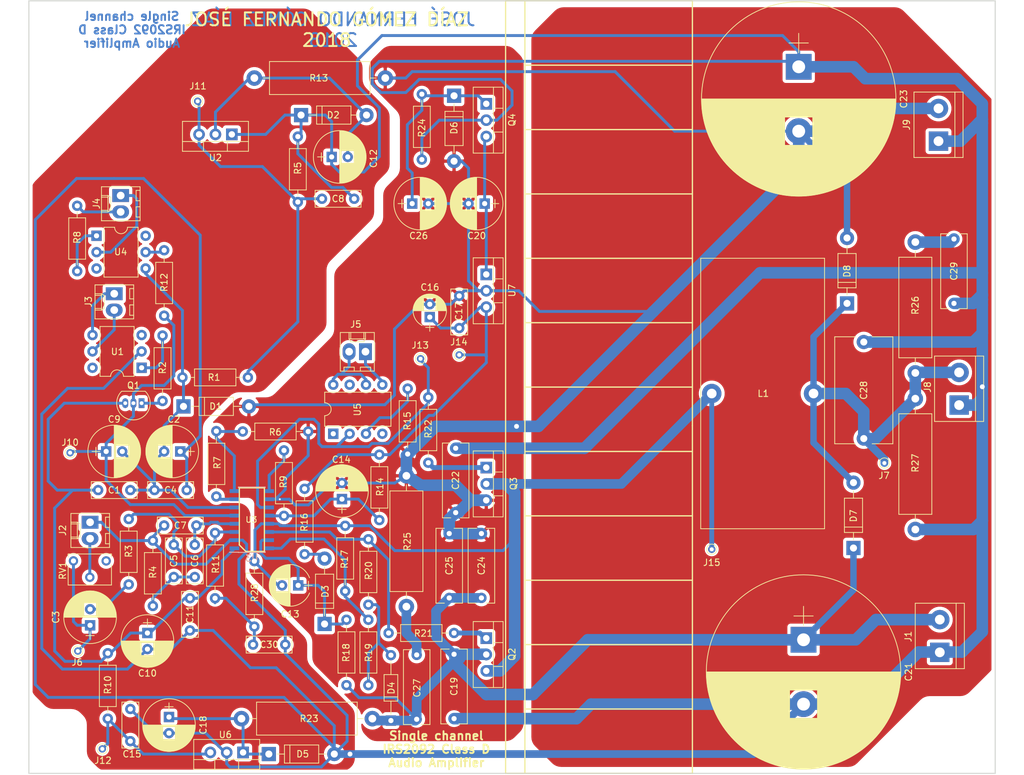
<source format=kicad_pcb>
(kicad_pcb (version 4) (host pcbnew 4.0.7)
  (title_block (title "Single Channel IRS2092 Class D audio amplifier") (date 2018-02-19) (rev beta_v1) (company "José Fernando Gómez Díaz"))
  (layers (0 F.Cu signal) (31 B.Cu signal) (34 B.Paste user) (35 F.Paste user) (36 B.SilkS user) (37 F.SilkS user) (38 B.Mask user) (39 F.Mask user) (44 Edge.Cuts user))
  (net 0 "")
  (net 1 "Net-(C1-Pad1)")
  (net 2 "Net-(C1-Pad2)")
  (net 3 GND)
  (net 4 "Net-(C3-Pad1)")
  (net 5 "Net-(C3-Pad2)")
  (net 6 "Net-(C5-Pad1)")
  (net 7 "Net-(C5-Pad2)")
  (net 8 "Net-(C6-Pad2)")
  (net 9 "Net-(C8-Pad1)")
  (net 10 "Net-(C9-Pad1)")
  (net 11 "Net-(C12-Pad2)")
  (net 12 "Net-(C13-Pad1)")
  (net 13 "Net-(C13-Pad2)")
  (net 14 "Net-(C14-Pad1)")
  (net 15 "Net-(C14-Pad2)")
  (net 16 "Net-(C15-Pad1)")
  (net 17 "Net-(C16-Pad1)")
  (net 18 "Net-(C18-Pad1)")
  (net 19 "Net-(C19-Pad1)")
  (net 20 "Net-(C20-Pad1)")
  (net 21 "Net-(C26-Pad1)")
  (net 22 "Net-(C27-Pad2)")
  (net 23 "Net-(C28-Pad1)")
  (net 24 "Net-(C29-Pad1)")
  (net 25 "Net-(C30-Pad2)")
  (net 26 "Net-(D3-Pad2)")
  (net 27 "Net-(D4-Pad2)")
  (net 28 "Net-(J2-Pad2)")
  (net 29 "Net-(J3-Pad1)")
  (net 30 "Net-(J3-Pad2)")
  (net 31 "Net-(J4-Pad1)")
  (net 32 "Net-(J4-Pad2)")
  (net 33 "Net-(J5-Pad1)")
  (net 34 "Net-(J5-Pad2)")
  (net 35 "Net-(J13-Pad1)")
  (net 36 "Net-(Q1-Pad1)")
  (net 37 "Net-(Q2-Pad1)")
  (net 38 "Net-(Q3-Pad1)")
  (net 39 "Net-(R2-Pad1)")
  (net 40 "Net-(R6-Pad1)")
  (net 41 "Net-(R7-Pad1)")
  (net 42 "Net-(R8-Pad1)")
  (net 43 "Net-(R9-Pad2)")
  (net 44 "Net-(R12-Pad1)")
  (net 45 "Net-(R15-Pad2)")
  (net 46 "Net-(R17-Pad1)")
  (net 47 "Net-(R20-Pad2)")
  (net 48 "Net-(RV1-Pad1)")
  (net 49 "Net-(U1-Pad3)")
  (net 50 "Net-(U1-Pad6)")
  (net 51 "Net-(U4-Pad3)")
  (net 52 "Net-(U4-Pad6)")
  (net 53 "Net-(U5-Pad1)")
  (net 54 "Net-(U5-Pad7)")
  (net 55 "Net-(U5-Pad4)")
  (module Potentiometers:Potentiometer_Trimmer_Vishay_T73XX_Vertical (layer F.Cu) (at 92 117 270)
    (fp_text reference RV1 (at 1.5 6.75 270) (layer F.SilkS))
    (fp_text value 1K)
    (pad 3 thru_hole circle (at 0 5.08 270) (size 1.44 1.44) (drill 0.8) (layers *.Cu *.Mask) (net 4 "Net-(C3-Pad1)"))
    (pad 2 thru_hole circle (at 2.54 2.54 270) (size 1.44 1.44) (drill 0.8) (layers *.Cu *.Mask) (net 28 "Net-(J2-Pad2)"))
    (pad 1 thru_hole circle (at 0 0 270) (size 1.44 1.44) (drill 0.8) (layers *.Cu *.Mask) (net 48 "Net-(RV1-Pad1)"))
  )
  (module TO_SOT_Packages_THT:TO-220-3_Vertical (layer F.Cu) (at 111.5 50.75 180)
    (fp_text reference U2 (at 2.54 -3.62 180) (layer F.SilkS))
    (fp_text value 7905)
    (pad 1 thru_hole rect (at 0 0 180) (size 1.8 1.8) (drill 1) (layers *.Cu *.Mask) (net 3 GND))
    (pad 2 thru_hole oval (at 2.54 0 180) (size 1.8 1.8) (drill 1) (layers *.Cu *.Mask) (net 11 "Net-(C12-Pad2)"))
    (pad 3 thru_hole oval (at 5.08 0 180) (size 1.8 1.8) (drill 1) (layers *.Cu *.Mask) (net 9 "Net-(C8-Pad1)"))
  )
  (module TO_SOT_Packages_THT:TO-220-3_Vertical (layer F.Cu) (at 113.25 146.75 180)
    (fp_text reference U6 (at 2.75 2.75 180) (layer F.SilkS))
    (fp_text value 7805)
    (pad 1 thru_hole rect (at 0 0 180) (size 1.8 1.8) (drill 1) (layers *.Cu *.Mask) (net 18 "Net-(C18-Pad1)"))
    (pad 2 thru_hole oval (at 2.54 0 180) (size 1.8 1.8) (drill 1) (layers *.Cu *.Mask) (net 3 GND))
    (pad 3 thru_hole oval (at 5.08 0 180) (size 1.8 1.8) (drill 1) (layers *.Cu *.Mask) (net 16 "Net-(C15-Pad1)"))
  )
  (module TO_SOT_Packages_THT:TO-220-3_Vertical (layer F.Cu) (at 151 129 270)
    (fp_text reference Q2 (at 2.5 -4 270) (layer F.SilkS))
    (fp_text value IRFB4020)
    (pad 1 thru_hole rect (at 0 0 270) (size 1.8 1.8) (drill 1) (layers *.Cu *.Mask) (net 37 "Net-(Q2-Pad1)"))
    (pad 2 thru_hole oval (at 2.54 0 270) (size 1.8 1.8) (drill 1) (layers *.Cu *.Mask) (net 19 "Net-(C19-Pad1)"))
    (pad 3 thru_hole oval (at 5.08 0 270) (size 1.8 1.8) (drill 1) (layers *.Cu *.Mask) (net 13 "Net-(C13-Pad2)"))
  )
  (module TO_SOT_Packages_THT:TO-220-3_Vertical (layer F.Cu) (at 151 102.5 270)
    (fp_text reference Q3 (at 2.5 -4.25 270) (layer F.SilkS))
    (fp_text value IRFB4020)
    (pad 1 thru_hole rect (at 0 0 270) (size 1.8 1.8) (drill 1) (layers *.Cu *.Mask) (net 38 "Net-(Q3-Pad1)"))
    (pad 2 thru_hole oval (at 2.54 0 270) (size 1.8 1.8) (drill 1) (layers *.Cu *.Mask) (net 13 "Net-(C13-Pad2)"))
    (pad 3 thru_hole oval (at 5.08 0 270) (size 1.8 1.8) (drill 1) (layers *.Cu *.Mask) (net 15 "Net-(C14-Pad2)"))
  )
  (module TO_SOT_Packages_THT:TO-220-3_Vertical (layer F.Cu) (at 151 72.5 270)
    (fp_text reference U7 (at 2.5 -4 270) (layer F.SilkS))
    (fp_text value LM7812)
    (pad 1 thru_hole rect (at 0 0 270) (size 1.8 1.8) (drill 1) (layers *.Cu *.Mask) (net 20 "Net-(C20-Pad1)"))
    (pad 2 thru_hole oval (at 2.54 0 270) (size 1.8 1.8) (drill 1) (layers *.Cu *.Mask) (net 15 "Net-(C14-Pad2)"))
    (pad 3 thru_hole oval (at 5.08 0 270) (size 1.8 1.8) (drill 1) (layers *.Cu *.Mask) (net 17 "Net-(C16-Pad1)"))
  )
  (module TO_SOT_Packages_THT:TO-220-3_Vertical (layer F.Cu) (at 151 46 270)
    (fp_text reference Q4 (at 2.5 -4 270) (layer F.SilkS))
    (fp_text value TIP122)
    (pad 1 thru_hole rect (at 0 0 270) (size 1.8 1.8) (drill 1) (layers *.Cu *.Mask) (net 21 "Net-(C26-Pad1)"))
    (pad 2 thru_hole oval (at 2.54 0 270) (size 1.8 1.8) (drill 1) (layers *.Cu *.Mask) (net 3 GND))
    (pad 3 thru_hole oval (at 5.08 0 270) (size 1.8 1.8) (drill 1) (layers *.Cu *.Mask) (net 20 "Net-(C20-Pad1)"))
  )
  (module Mounting_Holes:MountingHole_3.2mm_M3 (layer F.Cu) (at 85 145)
    (fp_text reference " " (at 0 -4.2) (layer F.SilkS))
    (fp_text value MountingHole_3.2mm_M3)
    (pad 1 np_thru_hole circle (at 0 0) (size 3.2 3.2) (drill 3.2) (layers *.Cu *.Mask))
  )
  (module Mounting_Holes:MountingHole_3.2mm_M3 (layer F.Cu) (at 225 145)
    (fp_text reference " " (at 0 -4.2) (layer F.SilkS))
    (fp_text value MountingHole_3.2mm_M3)
    (pad 1 np_thru_hole circle (at 0 0) (size 3.2 3.2) (drill 3.2) (layers *.Cu *.Mask))
  )
  (module Mounting_Holes:MountingHole_3.2mm_M3 (layer F.Cu) (at 225 35)
    (fp_text reference "" (at 0 -4.2) (layer F.SilkS))
    (fp_text value MountingHole_3.2mm_M3)
    (pad 1 np_thru_hole circle (at 0 0) (size 3.2 3.2) (drill 3.2) (layers *.Cu *.Mask))
  )
  (module Mounting_Holes:MountingHole_3.2mm_M3 (layer F.Cu) (at 85 35)
    (fp_text reference "" (at 0 -4.2) (layer F.SilkS))
    (fp_text value MountingHole_3.2mm_M3)
    (pad 1 np_thru_hole circle (at 0 0) (size 3.2 3.2) (drill 3.2) (layers *.Cu *.Mask))
  )
  (module Housings_SOIC:SOIC-16_3.9x9.9mm_Pitch1.27mm (layer B.Cu) (at 114.6 110.6)
    (fp_text reference U3 (at 0 6) (layer B.SilkS) (effects (justify mirror)))
    (fp_text value IRS2092)
    (pad 1 smd rect (at -2.7 4.445) (size 1.5 0.6) (layers B.Cu B.Paste B.Mask) (net 1 "Net-(C1-Pad1)"))
    (pad 2 smd rect (at -2.7 3.175) (size 1.5 0.6) (layers B.Cu B.Paste B.Mask) (net 3 GND))
    (pad 3 smd rect (at -2.7 1.905) (size 1.5 0.6) (layers B.Cu B.Paste B.Mask) (net 6 "Net-(C5-Pad1)"))
    (pad 4 smd rect (at -2.7 0.635) (size 1.5 0.6) (layers B.Cu B.Paste B.Mask) (net 8 "Net-(C6-Pad2)"))
    (pad 5 smd rect (at -2.7 -0.635) (size 1.5 0.6) (layers B.Cu B.Paste B.Mask) (net 10 "Net-(C9-Pad1)"))
    (pad 6 smd rect (at -2.7 -1.905) (size 1.5 0.6) (layers B.Cu B.Paste B.Mask) (net 2 "Net-(C1-Pad2)"))
    (pad 7 smd rect (at -2.7 -3.175) (size 1.5 0.6) (layers B.Cu B.Paste B.Mask) (net 41 "Net-(R7-Pad1)"))
    (pad 8 smd rect (at -2.7 -4.445) (size 1.5 0.6) (layers B.Cu B.Paste B.Mask) (net 40 "Net-(R6-Pad1)"))
    (pad 9 smd rect (at 2.7 -4.445) (size 1.5 0.6) (layers B.Cu B.Paste B.Mask) (net 43 "Net-(R9-Pad2)"))
    (pad 10 smd rect (at 2.7 -3.175) (size 1.5 0.6) (layers B.Cu B.Paste B.Mask) (net 15 "Net-(C14-Pad2)"))
    (pad 11 smd rect (at 2.7 -1.905) (size 1.5 0.6) (layers B.Cu B.Paste B.Mask) (net 35 "Net-(J13-Pad1)"))
    (pad 12 smd rect (at 2.7 -0.635) (size 1.5 0.6) (layers B.Cu B.Paste B.Mask) (net 14 "Net-(C14-Pad1)"))
    (pad 13 smd rect (at 2.7 0.635) (size 1.5 0.6) (layers B.Cu B.Paste B.Mask) (net 13 "Net-(C13-Pad2)"))
    (pad 14 smd rect (at 2.7 1.905) (size 1.5 0.6) (layers B.Cu B.Paste B.Mask) (net 47 "Net-(R20-Pad2)"))
    (pad 15 smd rect (at 2.7 3.175) (size 1.5 0.6) (layers B.Cu B.Paste B.Mask) (net 12 "Net-(C13-Pad1)"))
    (pad 16 smd rect (at 2.7 4.445) (size 1.5 0.6) (layers B.Cu B.Paste B.Mask) (net 46 "Net-(R17-Pad1)"))
  )
  (module Capacitors_THT:CP_Radial_D30.0mm_P10.00mm_SnapIn (layer F.Cu) (at 199.5 40.25 270)
    (fp_text reference C23 (at 5 -16.31 270) (layer F.SilkS))
    (fp_text value 680u)
    (pad 1 thru_hole rect (at 0 0 270) (size 4 4) (drill 2) (layers *.Cu *.Mask) (net 3 GND))
    (pad 2 thru_hole circle (at 10 0 270) (size 4 4) (drill 2) (layers *.Cu *.Mask) (net 15 "Net-(C14-Pad2)"))
  )
  (module Capacitors_THT:CP_Radial_D8.0mm_P2.50mm (layer F.Cu) (at 128.6 107.4 90)
    (fp_text reference C14 (at 6.15 -0.1 180) (layer F.SilkS))
    (fp_text value 10u)
    (pad 1 thru_hole rect (at 0 0 90) (size 1.6 1.6) (drill 0.8) (layers *.Cu *.Mask) (net 14 "Net-(C14-Pad1)"))
    (pad 2 thru_hole circle (at 2.5 0 90) (size 1.6 1.6) (drill 0.8) (layers *.Cu *.Mask) (net 15 "Net-(C14-Pad2)"))
  )
  (module Capacitors_THT:C_Rect_L7.0mm_W2.5mm_P5.00mm (layer F.Cu) (at 90.75 106)
    (fp_text reference C1 (at 2.5 0) (layer F.SilkS))
    (fp_text value 100n)
    (pad 1 thru_hole circle (at 0 0) (size 1.6 1.6) (drill 0.8) (layers *.Cu *.Mask) (net 1 "Net-(C1-Pad1)"))
    (pad 2 thru_hole circle (at 5 0) (size 1.6 1.6) (drill 0.8) (layers *.Cu *.Mask) (net 2 "Net-(C1-Pad2)"))
  )
  (module Capacitors_THT:CP_Radial_D8.0mm_P2.50mm (layer F.Cu) (at 103.5 100 180)
    (fp_text reference C2 (at 1 5 180) (layer F.SilkS))
    (fp_text value 10u)
    (pad 1 thru_hole rect (at 0 0 180) (size 1.6 1.6) (drill 0.8) (layers *.Cu *.Mask) (net 3 GND))
    (pad 2 thru_hole circle (at 2.5 0 180) (size 1.6 1.6) (drill 0.8) (layers *.Cu *.Mask) (net 2 "Net-(C1-Pad2)"))
  )
  (module Capacitors_THT:CP_Radial_D8.0mm_P2.50mm (layer F.Cu) (at 89.5 127 90)
    (fp_text reference C3 (at 1.25 -5.31 90) (layer F.SilkS))
    (fp_text value 10u)
    (pad 1 thru_hole rect (at 0 0 90) (size 1.6 1.6) (drill 0.8) (layers *.Cu *.Mask) (net 4 "Net-(C3-Pad1)"))
    (pad 2 thru_hole circle (at 2.5 0 90) (size 1.6 1.6) (drill 0.8) (layers *.Cu *.Mask) (net 5 "Net-(C3-Pad2)"))
  )
  (module Capacitors_THT:C_Rect_L7.0mm_W2.5mm_P5.00mm (layer F.Cu) (at 99.5 106)
    (fp_text reference C4 (at 2.5 0) (layer F.SilkS))
    (fp_text value 100n)
    (pad 1 thru_hole circle (at 0 0) (size 1.6 1.6) (drill 0.8) (layers *.Cu *.Mask) (net 2 "Net-(C1-Pad2)"))
    (pad 2 thru_hole circle (at 5 0) (size 1.6 1.6) (drill 0.8) (layers *.Cu *.Mask) (net 3 GND))
  )
  (module Capacitors_THT:C_Rect_L7.0mm_W2.5mm_P5.00mm (layer F.Cu) (at 102.5 114.5 270)
    (fp_text reference C5 (at 2.5 0 270) (layer F.SilkS))
    (fp_text value 2n2)
    (pad 1 thru_hole circle (at 0 0 270) (size 1.6 1.6) (drill 0.8) (layers *.Cu *.Mask) (net 6 "Net-(C5-Pad1)"))
    (pad 2 thru_hole circle (at 5 0 270) (size 1.6 1.6) (drill 0.8) (layers *.Cu *.Mask) (net 7 "Net-(C5-Pad2)"))
  )
  (module Capacitors_THT:C_Rect_L7.0mm_W2.5mm_P5.00mm (layer F.Cu) (at 105.75 119.5 90)
    (fp_text reference C6 (at 2.5 0 90) (layer F.SilkS))
    (fp_text value 2n2)
    (pad 1 thru_hole circle (at 0 0 90) (size 1.6 1.6) (drill 0.8) (layers *.Cu *.Mask) (net 7 "Net-(C5-Pad2)"))
    (pad 2 thru_hole circle (at 5 0 90) (size 1.6 1.6) (drill 0.8) (layers *.Cu *.Mask) (net 8 "Net-(C6-Pad2)"))
  )
  (module Capacitors_THT:C_Rect_L7.0mm_W2.5mm_P5.00mm (layer F.Cu) (at 106 111.5 180)
    (fp_text reference C7 (at 2.5 0 180) (layer F.SilkS))
    (fp_text value 1n)
    (pad 1 thru_hole circle (at 0 0 180) (size 1.6 1.6) (drill 0.8) (layers *.Cu *.Mask) (net 8 "Net-(C6-Pad2)"))
    (pad 2 thru_hole circle (at 5 0 180) (size 1.6 1.6) (drill 0.8) (layers *.Cu *.Mask) (net 3 GND))
  )
  (module Capacitors_THT:C_Rect_L7.0mm_W2.5mm_P5.00mm (layer F.Cu) (at 125.5 60.75)
    (fp_text reference C8 (at 2.5 0) (layer F.SilkS))
    (fp_text value 100n)
    (pad 1 thru_hole circle (at 0 0) (size 1.6 1.6) (drill 0.8) (layers *.Cu *.Mask) (net 9 "Net-(C8-Pad1)"))
    (pad 2 thru_hole circle (at 5 0) (size 1.6 1.6) (drill 0.8) (layers *.Cu *.Mask) (net 3 GND))
  )
  (module Capacitors_THT:CP_Radial_D8.0mm_P2.50mm (layer F.Cu) (at 92 100)
    (fp_text reference C9 (at 1.25 -5) (layer F.SilkS))
    (fp_text value 10u)
    (pad 1 thru_hole rect (at 0 0) (size 1.6 1.6) (drill 0.8) (layers *.Cu *.Mask) (net 10 "Net-(C9-Pad1)"))
    (pad 2 thru_hole circle (at 2.5 0) (size 1.6 1.6) (drill 0.8) (layers *.Cu *.Mask) (net 2 "Net-(C1-Pad2)"))
  )
  (module Capacitors_THT:CP_Radial_D8.0mm_P2.50mm (layer F.Cu) (at 98.4 128.2 270)
    (fp_text reference C10 (at 6.25 0 360) (layer F.SilkS))
    (fp_text value 10u)
    (pad 1 thru_hole rect (at 0 0 270) (size 1.6 1.6) (drill 0.8) (layers *.Cu *.Mask) (net 1 "Net-(C1-Pad1)"))
    (pad 2 thru_hole circle (at 2.5 0 270) (size 1.6 1.6) (drill 0.8) (layers *.Cu *.Mask) (net 3 GND))
  )
  (module Capacitors_THT:C_Rect_L7.0mm_W2.5mm_P5.00mm (layer F.Cu) (at 105 122.8 270)
    (fp_text reference C11 (at 2.5 0 450) (layer F.SilkS))
    (fp_text value 100n)
    (pad 1 thru_hole circle (at 0 0 270) (size 1.6 1.6) (drill 0.8) (layers *.Cu *.Mask) (net 1 "Net-(C1-Pad1)"))
    (pad 2 thru_hole circle (at 5 0 270) (size 1.6 1.6) (drill 0.8) (layers *.Cu *.Mask) (net 3 GND))
  )
  (module Capacitors_THT:CP_Radial_D8.0mm_P2.50mm (layer F.Cu) (at 127 54.25)
    (fp_text reference C12 (at 6.5 0.25 90) (layer F.SilkS))
    (fp_text value 1u)
    (pad 1 thru_hole rect (at 0 0) (size 1.6 1.6) (drill 0.8) (layers *.Cu *.Mask) (net 3 GND))
    (pad 2 thru_hole circle (at 2.5 0) (size 1.6 1.6) (drill 0.8) (layers *.Cu *.Mask) (net 11 "Net-(C12-Pad2)"))
  )
  (module Capacitors_THT:CP_Radial_D6.3mm_P2.50mm (layer F.Cu) (at 121.8 120.8 180)
    (fp_text reference C13 (at 1.25 -4.46 180) (layer F.SilkS))
    (fp_text value 22u)
    (pad 1 thru_hole rect (at 0 0 180) (size 1.6 1.6) (drill 0.8) (layers *.Cu *.Mask) (net 12 "Net-(C13-Pad1)"))
    (pad 2 thru_hole circle (at 2.5 0 180) (size 1.6 1.6) (drill 0.8) (layers *.Cu *.Mask) (net 13 "Net-(C13-Pad2)"))
  )
  (module Capacitors_THT:C_Rect_L7.0mm_W2.5mm_P5.00mm (layer F.Cu) (at 95.75 145 90)
    (fp_text reference C15 (at -2 0.25 180) (layer F.SilkS))
    (fp_text value 100n)
    (pad 1 thru_hole circle (at 0 0 90) (size 1.6 1.6) (drill 0.8) (layers *.Cu *.Mask) (net 16 "Net-(C15-Pad1)"))
    (pad 2 thru_hole circle (at 5 0 90) (size 1.6 1.6) (drill 0.8) (layers *.Cu *.Mask) (net 3 GND))
  )
  (module Capacitors_THT:CP_Radial_D5.0mm_P2.00mm (layer F.Cu) (at 142.23 79.134 90)
    (fp_text reference C16 (at 4.634 0.02 180) (layer F.SilkS))
    (fp_text value 47u)
    (pad 1 thru_hole rect (at 0 0 90) (size 1.6 1.6) (drill 0.8) (layers *.Cu *.Mask) (net 17 "Net-(C16-Pad1)"))
    (pad 2 thru_hole circle (at 2 0 90) (size 1.6 1.6) (drill 0.8) (layers *.Cu *.Mask) (net 15 "Net-(C14-Pad2)"))
  )
  (module Capacitors_THT:C_Rect_L7.0mm_W2.5mm_P5.00mm (layer F.Cu) (at 146.802 75.832 270)
    (fp_text reference C17 (at 2.418 0.052 270) (layer F.SilkS))
    (fp_text value 100n)
    (pad 1 thru_hole circle (at 0 0 270) (size 1.6 1.6) (drill 0.8) (layers *.Cu *.Mask) (net 15 "Net-(C14-Pad2)"))
    (pad 2 thru_hole circle (at 5 0 270) (size 1.6 1.6) (drill 0.8) (layers *.Cu *.Mask) (net 17 "Net-(C16-Pad1)"))
  )
  (module Capacitors_THT:CP_Radial_D8.0mm_P2.50mm (layer F.Cu) (at 101.75 141.25 270)
    (fp_text reference C18 (at 1.25 -5.31 270) (layer F.SilkS))
    (fp_text value 1u)
    (pad 1 thru_hole rect (at 0 0 270) (size 1.6 1.6) (drill 0.8) (layers *.Cu *.Mask) (net 18 "Net-(C18-Pad1)"))
    (pad 2 thru_hole circle (at 2.5 0 270) (size 1.6 1.6) (drill 0.8) (layers *.Cu *.Mask) (net 3 GND))
  )
  (module Capacitors_THT:C_Rect_L11.5mm_W4.0mm_P10.00mm_MKT (layer F.Cu) (at 146 131.5 270)
    (fp_text reference C19 (at 5 0 270) (layer F.SilkS))
    (fp_text value 100n)
    (pad 1 thru_hole circle (at 0 0 270) (size 1.6 1.6) (drill 0.8) (layers *.Cu *.Mask) (net 19 "Net-(C19-Pad1)"))
    (pad 2 thru_hole circle (at 10 0 270) (size 1.6 1.6) (drill 0.8) (layers *.Cu *.Mask) (net 3 GND))
  )
  (module Capacitors_THT:CP_Radial_D8.0mm_P2.50mm (layer F.Cu) (at 150.75 61.5 180)
    (fp_text reference C20 (at 1.25 -5 180) (layer F.SilkS))
    (fp_text value 10u)
    (pad 1 thru_hole rect (at 0 0 180) (size 1.6 1.6) (drill 0.8) (layers *.Cu *.Mask) (net 20 "Net-(C20-Pad1)"))
    (pad 2 thru_hole circle (at 2.5 0 180) (size 1.6 1.6) (drill 0.8) (layers *.Cu *.Mask) (net 15 "Net-(C14-Pad2)"))
  )
  (module Capacitors_THT:CP_Radial_D30.0mm_P10.00mm_SnapIn (layer F.Cu) (at 200.25 129.25 270)
    (fp_text reference C21 (at 5 -16.31 270) (layer F.SilkS))
    (fp_text value 680u)
    (pad 1 thru_hole rect (at 0 0 270) (size 4 4) (drill 2) (layers *.Cu *.Mask) (net 19 "Net-(C19-Pad1)"))
    (pad 2 thru_hole circle (at 10 0 270) (size 4 4) (drill 2) (layers *.Cu *.Mask) (net 3 GND))
  )
  (module Capacitors_THT:C_Rect_L11.5mm_W4.0mm_P10.00mm_MKT (layer F.Cu) (at 146.25 109.5 90)
    (fp_text reference C22 (at 5 0 90) (layer F.SilkS))
    (fp_text value 100n)
    (pad 1 thru_hole circle (at 0 0 90) (size 1.6 1.6) (drill 0.8) (layers *.Cu *.Mask) (net 15 "Net-(C14-Pad2)"))
    (pad 2 thru_hole circle (at 10 0 90) (size 1.6 1.6) (drill 0.8) (layers *.Cu *.Mask) (net 3 GND))
  )
  (module Capacitors_THT:C_Rect_L11.5mm_W4.0mm_P10.00mm_MKT (layer F.Cu) (at 150.25 122.75 90)
    (fp_text reference C24 (at 5 0 90) (layer F.SilkS))
    (fp_text value 100n)
    (pad 1 thru_hole circle (at 0 0 90) (size 1.6 1.6) (drill 0.8) (layers *.Cu *.Mask) (net 19 "Net-(C19-Pad1)"))
    (pad 2 thru_hole circle (at 10 0 90) (size 1.6 1.6) (drill 0.8) (layers *.Cu *.Mask) (net 15 "Net-(C14-Pad2)"))
  )
  (module Capacitors_THT:C_Rect_L11.5mm_W4.0mm_P10.00mm_MKT (layer F.Cu) (at 145.25 122.75 90)
    (fp_text reference C25 (at 5 0 90) (layer F.SilkS))
    (fp_text value 100n)
    (pad 1 thru_hole circle (at 0 0 90) (size 1.6 1.6) (drill 0.8) (layers *.Cu *.Mask) (net 19 "Net-(C19-Pad1)"))
    (pad 2 thru_hole circle (at 10 0 90) (size 1.6 1.6) (drill 0.8) (layers *.Cu *.Mask) (net 15 "Net-(C14-Pad2)"))
  )
  (module Capacitors_THT:CP_Radial_D8.0mm_P2.50mm (layer F.Cu) (at 139.5 61.5)
    (fp_text reference C26 (at 1 5) (layer F.SilkS))
    (fp_text value 10u)
    (pad 1 thru_hole rect (at 0 0) (size 1.6 1.6) (drill 0.8) (layers *.Cu *.Mask) (net 21 "Net-(C26-Pad1)"))
    (pad 2 thru_hole circle (at 2.5 0) (size 1.6 1.6) (drill 0.8) (layers *.Cu *.Mask) (net 15 "Net-(C14-Pad2)"))
  )
  (module Capacitors_THT:C_Rect_L11.5mm_W4.0mm_P10.00mm_MKT (layer F.Cu) (at 140.2 141.6 90)
    (fp_text reference C27 (at 4.85 0.05 90) (layer F.SilkS))
    (fp_text value 100n)
    (pad 1 thru_hole circle (at 0 0 90) (size 1.6 1.6) (drill 0.8) (layers *.Cu *.Mask) (net 19 "Net-(C19-Pad1)"))
    (pad 2 thru_hole circle (at 10 0 90) (size 1.6 1.6) (drill 0.8) (layers *.Cu *.Mask) (net 22 "Net-(C27-Pad2)"))
  )
  (module Capacitors_THT:C_Rect_L16.5mm_W8.9mm_P15.00mm_MKT (layer F.Cu) (at 209.6 98 90)
    (fp_text reference C28 (at 7.5 0 90) (layer F.SilkS))
    (fp_text value 680n)
    (pad 1 thru_hole circle (at 0 0 90) (size 2.2 2.2) (drill 1.1) (layers *.Cu *.Mask) (net 23 "Net-(C28-Pad1)"))
    (pad 2 thru_hole circle (at 15 0 90) (size 2.2 2.2) (drill 1.1) (layers *.Cu *.Mask) (net 3 GND))
  )
  (module Capacitors_THT:C_Rect_L11.5mm_W4.0mm_P10.00mm_MKT (layer F.Cu) (at 223.6 67 270)
    (fp_text reference C29 (at 5 0 270) (layer F.SilkS))
    (fp_text value 100n)
    (pad 1 thru_hole circle (at 0 0 270) (size 1.6 1.6) (drill 0.8) (layers *.Cu *.Mask) (net 24 "Net-(C29-Pad1)"))
    (pad 2 thru_hole circle (at 10 0 270) (size 1.6 1.6) (drill 0.8) (layers *.Cu *.Mask) (net 3 GND))
  )
  (module Capacitors_THT:C_Rect_L7.0mm_W2.5mm_P5.00mm (layer F.Cu) (at 119.8 130 180)
    (fp_text reference C30 (at 2.5 0 180) (layer F.SilkS))
    (fp_text value C)
    (pad 1 thru_hole circle (at 0 0 180) (size 1.6 1.6) (drill 0.8) (layers *.Cu *.Mask) (net 3 GND))
    (pad 2 thru_hole circle (at 5 0 180) (size 1.6 1.6) (drill 0.8) (layers *.Cu *.Mask) (net 25 "Net-(C30-Pad2)"))
  )
  (module Diodes_THT:D_DO-41_SOD81_P10.16mm_Horizontal (layer F.Cu) (at 104 93)
    (fp_text reference D1 (at 5 0) (layer F.SilkS))
    (fp_text value 1N4007)
    (pad 1 thru_hole rect (at 0 0) (size 2.2 2.2) (drill 1.1) (layers *.Cu *.Mask) (net 2 "Net-(C1-Pad2)"))
    (pad 2 thru_hole oval (at 10.16 0) (size 2.2 2.2) (drill 1.1) (layers *.Cu *.Mask) (net 15 "Net-(C14-Pad2)"))
  )
  (module Diodes_THT:D_DO-41_SOD81_P10.16mm_Horizontal (layer F.Cu) (at 122.25 47.75)
    (fp_text reference D2 (at 5 0) (layer F.SilkS))
    (fp_text value 18V)
    (pad 1 thru_hole rect (at 0 0) (size 2.2 2.2) (drill 1.1) (layers *.Cu *.Mask) (net 3 GND))
    (pad 2 thru_hole oval (at 10.16 0) (size 2.2 2.2) (drill 1.1) (layers *.Cu *.Mask) (net 11 "Net-(C12-Pad2)"))
  )
  (module Diodes_THT:D_DO-41_SOD81_P10.16mm_Horizontal (layer F.Cu) (at 125.9 126.8 90)
    (fp_text reference D3 (at 5.05 0.1 90) (layer F.SilkS))
    (fp_text value MUR120)
    (pad 1 thru_hole rect (at 0 0 90) (size 2.2 2.2) (drill 1.1) (layers *.Cu *.Mask) (net 12 "Net-(C13-Pad1)"))
    (pad 2 thru_hole oval (at 10.16 0 90) (size 2.2 2.2) (drill 1.1) (layers *.Cu *.Mask) (net 26 "Net-(D3-Pad2)"))
  )
  (module Diodes_THT:D_DO-35_SOD27_P10.16mm_Horizontal (layer F.Cu) (at 136.2 141.8 90)
    (fp_text reference D4 (at 5.05 0.05 90) (layer F.SilkS))
    (fp_text value BAV21)
    (pad 1 thru_hole rect (at 0 0 90) (size 1.6 1.6) (drill 0.8) (layers *.Cu *.Mask) (net 19 "Net-(C19-Pad1)"))
    (pad 2 thru_hole oval (at 10.16 0 90) (size 1.6 1.6) (drill 0.8) (layers *.Cu *.Mask) (net 27 "Net-(D4-Pad2)"))
  )
  (module Diodes_THT:D_DO-41_SOD81_P10.16mm_Horizontal (layer F.Cu) (at 117.25 147)
    (fp_text reference D5 (at 5.25 0) (layer F.SilkS))
    (fp_text value 18V)
    (pad 1 thru_hole rect (at 0 0) (size 2.2 2.2) (drill 1.1) (layers *.Cu *.Mask) (net 18 "Net-(C18-Pad1)"))
    (pad 2 thru_hole oval (at 10.16 0) (size 2.2 2.2) (drill 1.1) (layers *.Cu *.Mask) (net 3 GND))
  )
  (module Diodes_THT:D_DO-41_SOD81_P10.16mm_Horizontal (layer F.Cu) (at 146 44.75 270)
    (fp_text reference D6 (at 5 0 270) (layer F.SilkS))
    (fp_text value 18V)
    (pad 1 thru_hole rect (at 0 0 270) (size 2.2 2.2) (drill 1.1) (layers *.Cu *.Mask) (net 21 "Net-(C26-Pad1)"))
    (pad 2 thru_hole oval (at 10.16 0 270) (size 2.2 2.2) (drill 1.1) (layers *.Cu *.Mask) (net 15 "Net-(C14-Pad2)"))
  )
  (module Diodes_THT:D_DO-41_SOD81_P10.16mm_Horizontal (layer F.Cu) (at 208 115 90)
    (fp_text reference D7 (at 5 0 90) (layer F.SilkS))
    (fp_text value 1N4007)
    (pad 1 thru_hole rect (at 0 0 90) (size 2.2 2.2) (drill 1.1) (layers *.Cu *.Mask) (net 19 "Net-(C19-Pad1)"))
    (pad 2 thru_hole oval (at 10.16 0 90) (size 2.2 2.2) (drill 1.1) (layers *.Cu *.Mask) (net 23 "Net-(C28-Pad1)"))
  )
  (module Diodes_THT:D_DO-41_SOD81_P10.16mm_Horizontal (layer F.Cu) (at 207 77 90)
    (fp_text reference D8 (at 5 0 90) (layer F.SilkS))
    (fp_text value 1N4007)
    (pad 1 thru_hole rect (at 0 0 90) (size 2.2 2.2) (drill 1.1) (layers *.Cu *.Mask) (net 23 "Net-(C28-Pad1)"))
    (pad 2 thru_hole oval (at 10.16 0 90) (size 2.2 2.2) (drill 1.1) (layers *.Cu *.Mask) (net 15 "Net-(C14-Pad2)"))
  )
  (module Connectors_Molex:Molex_KK-6410-02_02x2.54mm_Straight (layer F.Cu) (at 89.5 111 270)
    (fp_text reference J2 (at 1.25 4.25 270) (layer F.SilkS))
    (fp_text value "Audio input")
    (pad 1 thru_hole rect (at 0 0 270) (size 2 2.6) (drill 1.2) (layers *.Cu *.Mask) (net 3 GND))
    (pad 2 thru_hole oval (at 2.54 0 270) (size 2 2.6) (drill 1.2) (layers *.Cu *.Mask) (net 28 "Net-(J2-Pad2)"))
  )
  (module Connectors_Molex:Molex_KK-6410-02_02x2.54mm_Straight (layer F.Cu) (at 93.25 75.5 270)
    (fp_text reference J3 (at 1.25 4 270) (layer F.SilkS))
    (fp_text value Protection)
    (pad 1 thru_hole rect (at 0 0 270) (size 2 2.6) (drill 1.2) (layers *.Cu *.Mask) (net 29 "Net-(J3-Pad1)"))
    (pad 2 thru_hole oval (at 2.54 0 270) (size 2 2.6) (drill 1.2) (layers *.Cu *.Mask) (net 30 "Net-(J3-Pad2)"))
  )
  (module Connectors_Molex:Molex_KK-6410-02_02x2.54mm_Straight (layer F.Cu) (at 94.25 60.25 270)
    (fp_text reference J4 (at 1.25 3.75 270) (layer F.SilkS))
    (fp_text value Shutdown)
    (pad 1 thru_hole rect (at 0 0 270) (size 2 2.6) (drill 1.2) (layers *.Cu *.Mask) (net 31 "Net-(J4-Pad1)"))
    (pad 2 thru_hole oval (at 2.54 0 270) (size 2 2.6) (drill 1.2) (layers *.Cu *.Mask) (net 32 "Net-(J4-Pad2)"))
  )
  (module Connectors_Molex:Molex_KK-6410-02_02x2.54mm_Straight (layer F.Cu) (at 132.25 84.5 180)
    (fp_text reference J5 (at 1.5 4.25 180) (layer F.SilkS))
    (fp_text value Driver_ON)
    (pad 1 thru_hole rect (at 0 0 180) (size 2 2.6) (drill 1.2) (layers *.Cu *.Mask) (net 33 "Net-(J5-Pad1)"))
    (pad 2 thru_hole oval (at 2.54 0 180) (size 2 2.6) (drill 1.2) (layers *.Cu *.Mask) (net 34 "Net-(J5-Pad2)"))
  )
  (module Inductors_THT:L_Toroid_Vertical_L41.9mm_W19.1mm_P15.80mm_Vishay_TJ7 (layer F.Cu) (at 186 91 90)
    (fp_text reference L1 (at 0 8 180) (layer F.SilkS))
    (fp_text value 47uH)
    (pad 1 thru_hole circle (at 0 0 90) (size 3 3) (drill 1.5) (layers *.Cu *.Mask) (net 13 "Net-(C13-Pad2)"))
    (pad 2 thru_hole circle (at 0 15.8 90) (size 3 3) (drill 1.5) (layers *.Cu *.Mask) (net 23 "Net-(C28-Pad1)"))
  )
  (module TO_SOT_Packages_THT:TO-92_Inline_Narrow_Oval (layer F.Cu) (at 97.5 92.5 180)
    (fp_text reference Q1 (at 1.25 2.75 180) (layer F.SilkS))
    (fp_text value BS250)
    (pad 2 thru_hole oval (at 1.27 0) (size 0.9 1.5) (drill 0.6) (layers *.Cu *.Mask) (net 10 "Net-(C9-Pad1)"))
    (pad 3 thru_hole oval (at 2.54 0) (size 0.9 1.5) (drill 0.6) (layers *.Cu *.Mask) (net 1 "Net-(C1-Pad1)"))
    (pad 1 thru_hole rect (at 0 0) (size 0.9 1.5) (drill 0.6) (layers *.Cu *.Mask) (net 36 "Net-(Q1-Pad1)"))
  )
  (module Resistors_THT:R_Axial_DIN0207_L6.3mm_D2.5mm_P10.16mm_Horizontal (layer F.Cu) (at 114 88.5 180)
    (fp_text reference R1 (at 5.25 0 180) (layer F.SilkS))
    (fp_text value 10R)
    (pad 1 thru_hole circle (at 0 0 180) (size 1.6 1.6) (drill 0.8) (layers *.Cu *.Mask) (net 9 "Net-(C8-Pad1)"))
    (pad 2 thru_hole oval (at 10.16 0 180) (size 1.6 1.6) (drill 0.8) (layers *.Cu *.Mask) (net 2 "Net-(C1-Pad2)"))
  )
  (module Resistors_THT:R_Axial_DIN0207_L6.3mm_D2.5mm_P10.16mm_Horizontal (layer F.Cu) (at 100.75 82 270)
    (fp_text reference R2 (at 5 0 270) (layer F.SilkS))
    (fp_text value 330R)
    (pad 1 thru_hole circle (at 0 0 270) (size 1.6 1.6) (drill 0.8) (layers *.Cu *.Mask) (net 39 "Net-(R2-Pad1)"))
    (pad 2 thru_hole oval (at 10.16 0 270) (size 1.6 1.6) (drill 0.8) (layers *.Cu *.Mask) (net 36 "Net-(Q1-Pad1)"))
  )
  (module Resistors_THT:R_Axial_DIN0207_L6.3mm_D2.5mm_P10.16mm_Horizontal (layer F.Cu) (at 95.5 110.5 270)
    (fp_text reference R3 (at 5 0 270) (layer F.SilkS))
    (fp_text value 2K)
    (pad 1 thru_hole circle (at 0 0 270) (size 1.6 1.6) (drill 0.8) (layers *.Cu *.Mask) (net 6 "Net-(C5-Pad1)"))
    (pad 2 thru_hole oval (at 10.16 0 270) (size 1.6 1.6) (drill 0.8) (layers *.Cu *.Mask) (net 5 "Net-(C3-Pad2)"))
  )
  (module Resistors_THT:R_Axial_DIN0207_L6.3mm_D2.5mm_P10.16mm_Horizontal (layer F.Cu) (at 99.25 124 90)
    (fp_text reference R4 (at 5.25 0 90) (layer F.SilkS))
    (fp_text value 165R)
    (pad 1 thru_hole circle (at 0 0 90) (size 1.6 1.6) (drill 0.8) (layers *.Cu *.Mask) (net 7 "Net-(C5-Pad2)"))
    (pad 2 thru_hole oval (at 10.16 0 90) (size 1.6 1.6) (drill 0.8) (layers *.Cu *.Mask) (net 3 GND))
  )
  (module Resistors_THT:R_Axial_DIN0207_L6.3mm_D2.5mm_P10.16mm_Horizontal (layer F.Cu) (at 121.75 61.25 90)
    (fp_text reference R5 (at 5.25 0 90) (layer F.SilkS))
    (fp_text value 2K2)
    (pad 1 thru_hole circle (at 0 0 90) (size 1.6 1.6) (drill 0.8) (layers *.Cu *.Mask) (net 9 "Net-(C8-Pad1)"))
    (pad 2 thru_hole oval (at 10.16 0 90) (size 1.6 1.6) (drill 0.8) (layers *.Cu *.Mask) (net 3 GND))
  )
  (module Resistors_THT:R_Axial_DIN0207_L6.3mm_D2.5mm_P10.16mm_Horizontal (layer F.Cu) (at 113.2 96.9)
    (fp_text reference R6 (at 5.05 0.1) (layer F.SilkS))
    (fp_text value 3K01)
    (pad 1 thru_hole circle (at 0 0) (size 1.6 1.6) (drill 0.8) (layers *.Cu *.Mask) (net 40 "Net-(R6-Pad1)"))
    (pad 2 thru_hole oval (at 10.16 0) (size 1.6 1.6) (drill 0.8) (layers *.Cu *.Mask) (net 15 "Net-(C14-Pad2)"))
  )
  (module Resistors_THT:R_Axial_DIN0207_L6.3mm_D2.5mm_P10.16mm_Horizontal (layer F.Cu) (at 109.1 107 90)
    (fp_text reference R7 (at 5.25 0.15 90) (layer F.SilkS))
    (fp_text value 6K98)
    (pad 1 thru_hole circle (at 0 0 90) (size 1.6 1.6) (drill 0.8) (layers *.Cu *.Mask) (net 41 "Net-(R7-Pad1)"))
    (pad 2 thru_hole oval (at 10.16 0 90) (size 1.6 1.6) (drill 0.8) (layers *.Cu *.Mask) (net 40 "Net-(R6-Pad1)"))
  )
  (module Resistors_THT:R_Axial_DIN0207_L6.3mm_D2.5mm_P10.16mm_Horizontal (layer F.Cu) (at 87.5 72 90)
    (fp_text reference R8 (at 5.25 0 90) (layer F.SilkS))
    (fp_text value 1K)
    (pad 1 thru_hole circle (at 0 0 90) (size 1.6 1.6) (drill 0.8) (layers *.Cu *.Mask) (net 42 "Net-(R8-Pad1)"))
    (pad 2 thru_hole oval (at 10.16 0 90) (size 1.6 1.6) (drill 0.8) (layers *.Cu *.Mask) (net 32 "Net-(J4-Pad2)"))
  )
  (module Resistors_THT:R_Axial_DIN0207_L6.3mm_D2.5mm_P10.16mm_Horizontal (layer F.Cu) (at 119.6 110 90)
    (fp_text reference R9 (at 5.29 -0.09 90) (layer F.SilkS))
    (fp_text value 5k11)
    (pad 1 thru_hole circle (at 0 0 90) (size 1.6 1.6) (drill 0.8) (layers *.Cu *.Mask) (net 14 "Net-(C14-Pad1)"))
    (pad 2 thru_hole oval (at 10.16 0 90) (size 1.6 1.6) (drill 0.8) (layers *.Cu *.Mask) (net 43 "Net-(R9-Pad2)"))
  )
  (module Resistors_THT:R_Axial_DIN0207_L6.3mm_D2.5mm_P10.16mm_Horizontal (layer F.Cu) (at 92.25 141.5 90)
    (fp_text reference R10 (at 5.25 0 90) (layer F.SilkS))
    (fp_text value 10R)
    (pad 1 thru_hole circle (at 0 0 90) (size 1.6 1.6) (drill 0.8) (layers *.Cu *.Mask) (net 16 "Net-(C15-Pad1)"))
    (pad 2 thru_hole oval (at 10.16 0 90) (size 1.6 1.6) (drill 0.8) (layers *.Cu *.Mask) (net 1 "Net-(C1-Pad1)"))
  )
  (module Resistors_THT:R_Axial_DIN0207_L6.3mm_D2.5mm_P10.16mm_Horizontal (layer F.Cu) (at 108.9 122.8 90)
    (fp_text reference R11 (at 5.3 0.1 90) (layer F.SilkS))
    (fp_text value 47K)
    (pad 1 thru_hole circle (at 0 0 90) (size 1.6 1.6) (drill 0.8) (layers *.Cu *.Mask) (net 25 "Net-(C30-Pad2)"))
    (pad 2 thru_hole oval (at 10.16 0 90) (size 1.6 1.6) (drill 0.8) (layers *.Cu *.Mask) (net 6 "Net-(C5-Pad1)"))
  )
  (module Resistors_THT:R_Axial_DIN0207_L6.3mm_D2.5mm_P10.16mm_Horizontal (layer F.Cu) (at 101 68.75 270)
    (fp_text reference R12 (at 5 0 270) (layer F.SilkS))
    (fp_text value 5K11)
    (pad 1 thru_hole circle (at 0 0 270) (size 1.6 1.6) (drill 0.8) (layers *.Cu *.Mask) (net 44 "Net-(R12-Pad1)"))
    (pad 2 thru_hole oval (at 10.16 0 270) (size 1.6 1.6) (drill 0.8) (layers *.Cu *.Mask) (net 10 "Net-(C9-Pad1)"))
  )
  (module Resistors_THT:R_Axial_DIN0516_L15.5mm_D5.0mm_P20.32mm_Horizontal (layer F.Cu) (at 115 42)
    (fp_text reference R13 (at 10 0) (layer F.SilkS))
    (fp_text value 1K8)
    (pad 1 thru_hole circle (at 0 0) (size 2.4 2.4) (drill 1.2) (layers *.Cu *.Mask) (net 11 "Net-(C12-Pad2)"))
    (pad 2 thru_hole oval (at 20.32 0) (size 2.4 2.4) (drill 1.2) (layers *.Cu *.Mask) (net 15 "Net-(C14-Pad2)"))
  )
  (module Resistors_THT:R_Axial_DIN0207_L6.3mm_D2.5mm_P10.16mm_Horizontal (layer F.Cu) (at 134.4 100.5 270)
    (fp_text reference R14 (at 5 -0.1 270) (layer F.SilkS))
    (fp_text value 10R)
    (pad 1 thru_hole circle (at 0 0 270) (size 1.6 1.6) (drill 0.8) (layers *.Cu *.Mask) (net 17 "Net-(C16-Pad1)"))
    (pad 2 thru_hole oval (at 10.16 0 270) (size 1.6 1.6) (drill 0.8) (layers *.Cu *.Mask) (net 14 "Net-(C14-Pad1)"))
  )
  (module Resistors_THT:R_Axial_DIN0207_L6.3mm_D2.5mm_P10.16mm_Horizontal (layer F.Cu) (at 138.8 100.4 90)
    (fp_text reference R15 (at 5.15 -0.05 90) (layer F.SilkS))
    (fp_text value 27K)
    (pad 1 thru_hole circle (at 0 0 90) (size 1.6 1.6) (drill 0.8) (layers *.Cu *.Mask) (net 15 "Net-(C14-Pad2)"))
    (pad 2 thru_hole oval (at 10.16 0 90) (size 1.6 1.6) (drill 0.8) (layers *.Cu *.Mask) (net 45 "Net-(R15-Pad2)"))
  )
  (module Resistors_THT:R_Axial_DIN0207_L6.3mm_D2.5mm_P10.16mm_Horizontal (layer F.Cu) (at 122.8 105.8 270)
    (fp_text reference R16 (at 5.2 0.05 270) (layer F.SilkS))
    (fp_text value 4R7)
    (pad 1 thru_hole circle (at 0 0 270) (size 1.6 1.6) (drill 0.8) (layers *.Cu *.Mask) (net 17 "Net-(C16-Pad1)"))
    (pad 2 thru_hole oval (at 10.16 0 270) (size 1.6 1.6) (drill 0.8) (layers *.Cu *.Mask) (net 26 "Net-(D3-Pad2)"))
  )
  (module Resistors_THT:R_Axial_DIN0207_L6.3mm_D2.5mm_P10.16mm_Horizontal (layer F.Cu) (at 129.1 121.7 90)
    (fp_text reference R17 (at 4.95 -0.1 90) (layer F.SilkS))
    (fp_text value 10K)
    (pad 1 thru_hole circle (at 0 0 90) (size 1.6 1.6) (drill 0.8) (layers *.Cu *.Mask) (net 46 "Net-(R17-Pad1)"))
    (pad 2 thru_hole oval (at 10.16 0 90) (size 1.6 1.6) (drill 0.8) (layers *.Cu *.Mask) (net 13 "Net-(C13-Pad2)"))
  )
  (module Resistors_THT:R_Axial_DIN0207_L6.3mm_D2.5mm_P10.16mm_Horizontal (layer F.Cu) (at 129.3 136.3 90)
    (fp_text reference R18 (at 5.05 -0.05 90) (layer F.SilkS))
    (fp_text value 47K)
    (pad 1 thru_hole circle (at 0 0 90) (size 1.6 1.6) (drill 0.8) (layers *.Cu *.Mask) (net 19 "Net-(C19-Pad1)"))
    (pad 2 thru_hole oval (at 10.16 0 90) (size 1.6 1.6) (drill 0.8) (layers *.Cu *.Mask) (net 12 "Net-(C13-Pad1)"))
  )
  (module Resistors_THT:R_Axial_DIN0207_L6.3mm_D2.5mm_P10.16mm_Horizontal (layer F.Cu) (at 132.7 136.3 90)
    (fp_text reference R19 (at 5.05 0.05 90) (layer F.SilkS))
    (fp_text value 8K06)
    (pad 1 thru_hole circle (at 0 0 90) (size 1.6 1.6) (drill 0.8) (layers *.Cu *.Mask) (net 27 "Net-(D4-Pad2)"))
    (pad 2 thru_hole oval (at 10.16 0 90) (size 1.6 1.6) (drill 0.8) (layers *.Cu *.Mask) (net 46 "Net-(R17-Pad1)"))
  )
  (module Resistors_THT:R_Axial_DIN0207_L6.3mm_D2.5mm_P10.16mm_Horizontal (layer F.Cu) (at 132.7 123.8 90)
    (fp_text reference R20 (at 5.3 0.05 90) (layer F.SilkS))
    (fp_text value 10K)
    (pad 1 thru_hole circle (at 0 0 90) (size 1.6 1.6) (drill 0.8) (layers *.Cu *.Mask) (net 27 "Net-(D4-Pad2)"))
    (pad 2 thru_hole oval (at 10.16 0 90) (size 1.6 1.6) (drill 0.8) (layers *.Cu *.Mask) (net 47 "Net-(R20-Pad2)"))
  )
  (module Resistors_THT:R_Axial_DIN0207_L6.3mm_D2.5mm_P10.16mm_Horizontal (layer F.Cu) (at 146 128.2 180)
    (fp_text reference R21 (at 4.75 -0.05 180) (layer F.SilkS))
    (fp_text value 12R)
    (pad 1 thru_hole circle (at 0 0 180) (size 1.6 1.6) (drill 0.8) (layers *.Cu *.Mask) (net 37 "Net-(Q2-Pad1)"))
    (pad 2 thru_hole oval (at 10.16 0 180) (size 1.6 1.6) (drill 0.8) (layers *.Cu *.Mask) (net 47 "Net-(R20-Pad2)"))
  )
  (module Resistors_THT:R_Axial_DIN0207_L6.3mm_D2.5mm_P10.16mm_Horizontal (layer F.Cu) (at 142 101.75 90)
    (fp_text reference R22 (at 5.25 0 90) (layer F.SilkS))
    (fp_text value 12R)
    (pad 1 thru_hole circle (at 0 0 90) (size 1.6 1.6) (drill 0.8) (layers *.Cu *.Mask) (net 38 "Net-(Q3-Pad1)"))
    (pad 2 thru_hole oval (at 10.16 0 90) (size 1.6 1.6) (drill 0.8) (layers *.Cu *.Mask) (net 35 "Net-(J13-Pad1)"))
  )
  (module Resistors_THT:R_Axial_DIN0516_L15.5mm_D5.0mm_P20.32mm_Horizontal (layer F.Cu) (at 113 141.5)
    (fp_text reference R23 (at 10.5 0) (layer F.SilkS))
    (fp_text value 1K8)
    (pad 1 thru_hole circle (at 0 0) (size 2.4 2.4) (drill 1.2) (layers *.Cu *.Mask) (net 18 "Net-(C18-Pad1)"))
    (pad 2 thru_hole oval (at 20.32 0) (size 2.4 2.4) (drill 1.2) (layers *.Cu *.Mask) (net 19 "Net-(C19-Pad1)"))
  )
  (module Resistors_THT:R_Axial_DIN0207_L6.3mm_D2.5mm_P10.16mm_Horizontal (layer F.Cu) (at 141 44.5 270)
    (fp_text reference R24 (at 5.25 0 270) (layer F.SilkS))
    (fp_text value 10K)
    (pad 1 thru_hole circle (at 0 0 270) (size 1.6 1.6) (drill 0.8) (layers *.Cu *.Mask) (net 21 "Net-(C26-Pad1)"))
    (pad 2 thru_hole oval (at 10.16 0 270) (size 1.6 1.6) (drill 0.8) (layers *.Cu *.Mask) (net 3 GND))
  )
  (module Resistors_THT:R_Axial_DIN0516_L15.5mm_D5.0mm_P20.32mm_Horizontal (layer F.Cu) (at 138.6 124.1 90)
    (fp_text reference R25 (at 10.1 0.15 90) (layer F.SilkS))
    (fp_text value 1R)
    (pad 1 thru_hole circle (at 0 0 90) (size 2.4 2.4) (drill 1.2) (layers *.Cu *.Mask) (net 22 "Net-(C27-Pad2)"))
    (pad 2 thru_hole oval (at 20.32 0 90) (size 2.4 2.4) (drill 1.2) (layers *.Cu *.Mask) (net 15 "Net-(C14-Pad2)"))
  )
  (module Resistors_THT:R_Axial_DIN0516_L15.5mm_D5.0mm_P20.32mm_Horizontal (layer F.Cu) (at 217.6 87.8 90)
    (fp_text reference R26 (at 10.5 0 90) (layer F.SilkS))
    (fp_text value 10R)
    (pad 1 thru_hole circle (at 0 0 90) (size 2.4 2.4) (drill 1.2) (layers *.Cu *.Mask) (net 23 "Net-(C28-Pad1)"))
    (pad 2 thru_hole oval (at 20.32 0 90) (size 2.4 2.4) (drill 1.2) (layers *.Cu *.Mask) (net 24 "Net-(C29-Pad1)"))
  )
  (module Resistors_THT:R_Axial_DIN0516_L15.5mm_D5.0mm_P20.32mm_Horizontal (layer F.Cu) (at 217.6 91.8 270)
    (fp_text reference R27 (at 10 0 270) (layer F.SilkS))
    (fp_text value 2K2)
    (pad 1 thru_hole circle (at 0 0 270) (size 2.4 2.4) (drill 1.2) (layers *.Cu *.Mask) (net 23 "Net-(C28-Pad1)"))
    (pad 2 thru_hole oval (at 20.32 0 270) (size 2.4 2.4) (drill 1.2) (layers *.Cu *.Mask) (net 3 GND))
  )
  (module Resistors_THT:R_Axial_DIN0207_L6.3mm_D2.5mm_P10.16mm_Horizontal (layer F.Cu) (at 115 127.2 90)
    (fp_text reference R28 (at 5.25 0.05 90) (layer F.SilkS))
    (fp_text value R)
    (pad 1 thru_hole circle (at 0 0 90) (size 1.6 1.6) (drill 0.8) (layers *.Cu *.Mask) (net 25 "Net-(C30-Pad2)"))
    (pad 2 thru_hole oval (at 10.16 0 90) (size 1.6 1.6) (drill 0.8) (layers *.Cu *.Mask) (net 13 "Net-(C13-Pad2)"))
  )
  (module Housings_DIP:DIP-6_W7.62mm (layer F.Cu) (at 97.5 87 180)
    (fp_text reference U1 (at 3.75 2.5 180) (layer F.SilkS))
    (fp_text value 4N35)
    (pad 1 thru_hole rect (at 0 0 180) (size 1.6 1.6) (drill 0.8) (layers *.Cu *.Mask) (net 39 "Net-(R2-Pad1)"))
    (pad 4 thru_hole oval (at 7.62 5.08 180) (size 1.6 1.6) (drill 0.8) (layers *.Cu *.Mask) (net 29 "Net-(J3-Pad1)"))
    (pad 2 thru_hole oval (at 0 2.54 180) (size 1.6 1.6) (drill 0.8) (layers *.Cu *.Mask) (net 3 GND))
    (pad 5 thru_hole oval (at 7.62 2.54 180) (size 1.6 1.6) (drill 0.8) (layers *.Cu *.Mask) (net 30 "Net-(J3-Pad2)"))
    (pad 3 thru_hole oval (at 0 5.08 180) (size 1.6 1.6) (drill 0.8) (layers *.Cu *.Mask) (net 49 "Net-(U1-Pad3)"))
    (pad 6 thru_hole oval (at 7.62 0 180) (size 1.6 1.6) (drill 0.8) (layers *.Cu *.Mask) (net 50 "Net-(U1-Pad6)"))
  )
  (module Housings_DIP:DIP-6_W7.62mm (layer F.Cu) (at 90.5 66.5)
    (fp_text reference U4 (at 3.75 2.5) (layer F.SilkS))
    (fp_text value 4N35)
    (pad 1 thru_hole rect (at 0 0) (size 1.6 1.6) (drill 0.8) (layers *.Cu *.Mask) (net 42 "Net-(R8-Pad1)"))
    (pad 4 thru_hole oval (at 7.62 5.08) (size 1.6 1.6) (drill 0.8) (layers *.Cu *.Mask) (net 2 "Net-(C1-Pad2)"))
    (pad 2 thru_hole oval (at 0 2.54) (size 1.6 1.6) (drill 0.8) (layers *.Cu *.Mask) (net 31 "Net-(J4-Pad1)"))
    (pad 5 thru_hole oval (at 7.62 2.54) (size 1.6 1.6) (drill 0.8) (layers *.Cu *.Mask) (net 44 "Net-(R12-Pad1)"))
    (pad 3 thru_hole oval (at 0 5.08) (size 1.6 1.6) (drill 0.8) (layers *.Cu *.Mask) (net 51 "Net-(U4-Pad3)"))
    (pad 6 thru_hole oval (at 7.62 0) (size 1.6 1.6) (drill 0.8) (layers *.Cu *.Mask) (net 52 "Net-(U4-Pad6)"))
  )
  (module Housings_DIP:DIP-8_W7.62mm (layer F.Cu) (at 127.25 97.25 90)
    (fp_text reference U5 (at 3.75 3.75 90) (layer F.SilkS))
    (fp_text value 6N136)
    (pad 1 thru_hole rect (at 0 0 90) (size 1.6 1.6) (drill 0.8) (layers *.Cu *.Mask) (net 53 "Net-(U5-Pad1)"))
    (pad 5 thru_hole oval (at 7.62 7.62 90) (size 1.6 1.6) (drill 0.8) (layers *.Cu *.Mask) (net 33 "Net-(J5-Pad1)"))
    (pad 2 thru_hole oval (at 0 2.54 90) (size 1.6 1.6) (drill 0.8) (layers *.Cu *.Mask) (net 35 "Net-(J13-Pad1)"))
    (pad 6 thru_hole oval (at 7.62 5.08 90) (size 1.6 1.6) (drill 0.8) (layers *.Cu *.Mask) (net 34 "Net-(J5-Pad2)"))
    (pad 3 thru_hole oval (at 0 5.08 90) (size 1.6 1.6) (drill 0.8) (layers *.Cu *.Mask) (net 45 "Net-(R15-Pad2)"))
    (pad 7 thru_hole oval (at 7.62 2.54 90) (size 1.6 1.6) (drill 0.8) (layers *.Cu *.Mask) (net 54 "Net-(U5-Pad7)"))
    (pad 4 thru_hole oval (at 0 7.62 90) (size 1.6 1.6) (drill 0.8) (layers *.Cu *.Mask) (net 55 "Net-(U5-Pad4)"))
    (pad 8 thru_hole oval (at 7.62 0 90) (size 1.6 1.6) (drill 0.8) (layers *.Cu *.Mask) (net 34 "Net-(J5-Pad2)"))
  )
  (module Connectors:PINTST (layer F.Cu) (at 140.8 85.6)
    (fp_text reference J13 (at -0.05 -2.1) (layer F.SilkS))
    (fp_text value LO_test)
    (pad 1 thru_hole circle (at 0 0) (size 1.143 1.143) (drill 0.635) (layers *.Cu *.Mask) (net 35 "Net-(J13-Pad1)"))
  )
  (module Connectors:PINTST (layer F.Cu) (at 146.8 85)
    (fp_text reference J14 (at -0.05 -2) (layer F.SilkS))
    (fp_text value Vcc_test)
    (pad 1 thru_hole circle (at 0 0) (size 1.143 1.143) (drill 0.635) (layers *.Cu *.Mask) (net 17 "Net-(C16-Pad1)"))
  )
  (module Connectors:PINTST (layer F.Cu) (at 86.4 100.2)
    (fp_text reference J10 (at 0 -1.6) (layer F.SilkS))
    (fp_text value CSD_test)
    (pad 1 thru_hole circle (at 0 0) (size 1.143 1.143) (drill 0.635) (layers *.Cu *.Mask) (net 10 "Net-(C9-Pad1)"))
  )
  (module Connectors:PINTST (layer F.Cu) (at 106.2 45.6)
    (fp_text reference J11 (at 0.05 -2.35) (layer F.SilkS))
    (fp_text value Vss_test)
    (pad 1 thru_hole circle (at 0 0) (size 1.143 1.143) (drill 0.635) (layers *.Cu *.Mask) (net 9 "Net-(C8-Pad1)"))
  )
  (module Connectors:PINTST (layer F.Cu) (at 91.4 146.2)
    (fp_text reference J12 (at 0.1 1.8) (layer F.SilkS))
    (fp_text value Vaa_test)
    (pad 1 thru_hole circle (at 0 0) (size 1.143 1.143) (drill 0.635) (layers *.Cu *.Mask) (net 16 "Net-(C15-Pad1)"))
  )
  (module Connectors:PINTST (layer F.Cu) (at 186 115.2)
    (fp_text reference J15 (at 0 2.05) (layer F.SilkS))
    (fp_text value Vs_test)
    (pad 1 thru_hole circle (at 0 0) (size 1.143 1.143) (drill 0.635) (layers *.Cu *.Mask) (net 13 "Net-(C13-Pad2)"))
  )
  (module Connectors:PINTST (layer F.Cu) (at 87.6 131)
    (fp_text reference J6 (at -0.1 1.75) (layer F.SilkS))
    (fp_text value Input_test)
    (pad 1 thru_hole circle (at 0 0) (size 1.143 1.143) (drill 0.635) (layers *.Cu *.Mask) (net 4 "Net-(C3-Pad1)"))
  )
  (module Connectors:PINTST (layer F.Cu) (at 212.8 101.8)
    (fp_text reference J7 (at -0.05 1.95) (layer F.SilkS))
    (fp_text value Output_test)
    (pad 1 thru_hole circle (at 0 0) (size 1.143 1.143) (drill 0.635) (layers *.Cu *.Mask) (net 23 "Net-(C28-Pad1)"))
  )
  (module TerminalBlock:TerminalBlock_bornier-2_P5.08mm (layer F.Cu) (at 221.4 131.2 90)
    (fp_text reference J1 (at 2.45 -4.9 90) (layer F.SilkS))
    (fp_text value Vb)
    (pad 1 thru_hole rect (at 0 0 90) (size 3 3) (drill 1.52) (layers *.Cu *.Mask) (net 3 GND))
    (pad 2 thru_hole circle (at 5.08 0 90) (size 3 3) (drill 1.52) (layers *.Cu *.Mask) (net 19 "Net-(C19-Pad1)"))
  )
  (module TerminalBlock:TerminalBlock_bornier-2_P5.08mm (layer F.Cu) (at 224.4 92.8 90)
    (fp_text reference J8 (at 2.8 -4.9 90) (layer F.SilkS))
    (fp_text value Output)
    (pad 1 thru_hole rect (at 0 0 90) (size 3 3) (drill 1.52) (layers *.Cu *.Mask) (net 3 GND))
    (pad 2 thru_hole circle (at 5.08 0 90) (size 3 3) (drill 1.52) (layers *.Cu *.Mask) (net 23 "Net-(C28-Pad1)"))
  )
  (module TerminalBlock:TerminalBlock_bornier-2_P5.08mm (layer F.Cu) (at 221.2 51.8 90)
    (fp_text reference J9 (at 2.55 -4.95 90) (layer F.SilkS))
    (fp_text value -Vb)
    (pad 1 thru_hole rect (at 0 0 90) (size 3 3) (drill 1.52) (layers *.Cu *.Mask) (net 3 GND))
    (pad 2 thru_hole circle (at 5.08 0 90) (size 3 3) (drill 1.52) (layers *.Cu *.Mask) (net 15 "Net-(C14-Pad2)"))
  )
  (gr_text "JOSÉ FERNANDO GÓMEZ DÍAZ\n2018" (at 127.25 34.5) (layer B.Cu) (effects (font (size 2 2) (thickness 0.3)) (justify mirror)))
  (gr_text "Single channel\nIRS2092 Class D\nAudio Amplifier" (at 96 34.5) (layer B.Cu) (effects (font (size 1.3 1.3) (thickness 0.28)) (justify mirror)))
  (gr_text "JOSÉ FERNANDO GÓMEZ DÍAZ\n2018" (at 126.25 34.5) (layer F.SilkS) (effects (font (size 2 2) (thickness 0.3))))
  (gr_text "Single channel\nIRS2092 Class D\nAudio Amplifier" (at 143.25 146.25) (layer F.SilkS) (effects (font (size 1.3 1.3) (thickness 0.28))))
  (gr_text U3 (at 114.54 110.6) (layer F.SilkS) (effects (font (size 0.9 0.9) (thickness 0.135))))
  (gr_line (start 116.56 105.65) (end 112.72 105.65) (angle 90) (layer F.SilkS) (width 0.2))
  (gr_line (start 116.56 115.53) (end 116.56 105.65) (angle 90) (layer F.SilkS) (width 0.2))
  (gr_line (start 113.68 115.53) (end 116.56 115.53) (angle 90) (layer F.SilkS) (width 0.2))
  (gr_line (start 112.67 114.52) (end 113.68 115.53) (angle 90) (layer F.SilkS) (width 0.2))
  (gr_line (start 112.67 105.65) (end 112.67 114.52) (angle 90) (layer F.SilkS) (width 0.2))
  (gr_line (start 157 150) (end 157 30) (angle 90) (layer F.SilkS) (width 0.2))
  (gr_line (start 157 40) (end 183 40) (angle 90) (layer F.SilkS) (width 0.2))
  (gr_line (start 157 50) (end 183 50) (angle 90) (layer F.SilkS) (width 0.2))
  (gr_line (start 157 60) (end 183 60) (angle 90) (layer F.SilkS) (width 0.2))
  (gr_line (start 157 70) (end 183 70) (angle 90) (layer F.SilkS) (width 0.2))
  (gr_line (start 157 80) (end 183 80) (angle 90) (layer F.SilkS) (width 0.2))
  (gr_line (start 157 90) (end 183 90) (angle 90) (layer F.SilkS) (width 0.2))
  (gr_line (start 157 100) (end 183 100) (angle 90) (layer F.SilkS) (width 0.2))
  (gr_line (start 157 110) (end 183 110) (angle 90) (layer F.SilkS) (width 0.2))
  (gr_line (start 157 120) (end 183 120) (angle 90) (layer F.SilkS) (width 0.2))
  (gr_line (start 157 130) (end 183 130) (angle 90) (layer F.SilkS) (width 0.2))
  (gr_line (start 157 140) (end 183 140) (angle 90) (layer F.SilkS) (width 0.2))
  (gr_line (start 183 30) (end 154 30) (angle 90) (layer F.SilkS) (width 0.2))
  (gr_line (start 183 96) (end 183 30) (angle 90) (layer F.SilkS) (width 0.2))
  (gr_line (start 154 150) (end 154 30) (angle 90) (layer F.SilkS) (width 0.2))
  (gr_line (start 183 150) (end 154 150) (angle 90) (layer F.SilkS) (width 0.2))
  (gr_line (start 183 96) (end 183 150) (angle 90) (layer F.SilkS) (width 0.2))
  (gr_line (start 80 30) (end 80 150) (angle 90) (layer Edge.Cuts) (width 0.15))
  (gr_line (start 230 30) (end 80 30) (angle 90) (layer Edge.Cuts) (width 0.15))
  (gr_line (start 230 150) (end 230 30) (angle 90) (layer Edge.Cuts) (width 0.15))
  (gr_line (start 80 150) (end 230 150) (angle 90) (layer Edge.Cuts) (width 0.15))
  (segment (start 94.96 92.5) (end 85.5 92.5) (width 0.45) (layer B.Cu) (net 1))
  (segment (start 84.4 106) (end 87.2 106) (width 0.45) (layer B.Cu) (net 1))
  (segment (start 83 104.6) (end 84.4 106) (width 0.45) (layer B.Cu) (net 1))
  (segment (start 83 95) (end 83 104.6) (width 0.45) (layer B.Cu) (net 1))
  (segment (start 85.5 92.5) (end 83 95) (width 0.45) (layer B.Cu) (net 1))
  (segment (start 94.96 92.5) (end 94.7 92.5) (width 0.45) (layer B.Cu) (net 1))
  (segment (start 92.25 131.34) (end 92.25 131.55) (width 0.45) (layer B.Cu) (net 1))
  (segment (start 84 108.8) (end 86.8 106) (width 0.45) (layer B.Cu) (net 1))
  (segment (start 84 131) (end 84 108.8) (width 0.45) (layer B.Cu) (net 1))
  (segment (start 85.6 132.6) (end 84 131) (width 0.45) (layer B.Cu) (net 1))
  (segment (start 91.2 132.6) (end 85.6 132.6) (width 0.45) (layer B.Cu) (net 1))
  (segment (start 92.25 131.55) (end 91.2 132.6) (width 0.45) (layer B.Cu) (net 1))
  (segment (start 92.25 131.34) (end 92.66 131.34) (width 0.45) (layer B.Cu) (net 1))
  (segment (start 92.66 131.34) (end 95.8 128.2) (width 0.45) (layer B.Cu) (net 1))
  (segment (start 95.8 128.2) (end 98.4 128.2) (width 0.45) (layer B.Cu) (net 1))
  (segment (start 98.8 128.2) (end 104.2 122.8) (width 0.45) (layer B.Cu) (net 1))
  (segment (start 111.9 115.1) (end 110 117) (width 0.45) (layer B.Cu) (net 1))
  (segment (start 110 117) (end 110 119) (width 0.45) (layer B.Cu) (net 1))
  (segment (start 110 119) (end 106.2 122.8) (width 0.45) (layer B.Cu) (net 1))
  (segment (start 106.2 122.8) (end 104.2 122.8) (width 0.45) (layer B.Cu) (net 1))
  (segment (start 111.9 115.045) (end 111.9 115.1) (width 0.45) (layer B.Cu) (net 1))
  (segment (start 90.75 106) (end 87.2 106) (width 0.45) (layer B.Cu) (net 1))
  (segment (start 87.2 106) (end 86.8 106) (width 0.45) (layer B.Cu) (net 1))
  (segment (start 86.8 106) (end 86.75 106) (width 0.45) (layer B.Cu) (net 1))
  (segment (start 86.75 106) (end 86.75 106) (width 0.45) (layer B.Cu) (net 1))
  (segment (start 95.75 106) (end 99.5 106) (width 0.45) (layer B.Cu) (net 2))
  (segment (start 111.9 108.695) (end 104.695 108.695) (width 0.45) (layer B.Cu) (net 2))
  (segment (start 104.695 108.695) (end 102 106) (width 0.45) (layer B.Cu) (net 2))
  (segment (start 102 106) (end 99.5 106) (width 0.45) (layer B.Cu) (net 2))
  (segment (start 99.5 106) (end 99.5 105) (width 0.45) (layer B.Cu) (net 2))
  (segment (start 99.5 105) (end 94.5 100) (width 0.45) (layer B.Cu) (net 2))
  (segment (start 99.5 106) (end 99.5 101.5) (width 0.45) (layer B.Cu) (net 2))
  (segment (start 99.5 101.5) (end 101 100) (width 0.45) (layer B.Cu) (net 2))
  (segment (start 101 100) (end 101 96) (width 0.45) (layer B.Cu) (net 2))
  (segment (start 101 96) (end 104 93) (width 0.45) (layer B.Cu) (net 2))
  (segment (start 98.12 71.58) (end 98.12 72.37) (width 0.45) (layer B.Cu) (net 2))
  (segment (start 98.12 72.37) (end 103.84 78.09) (width 0.45) (layer B.Cu) (net 2))
  (segment (start 103.84 78.09) (end 103.84 88.5) (width 0.45) (layer B.Cu) (net 2))
  (segment (start 104 93) (end 104 88.66) (width 0.45) (layer B.Cu) (net 2))
  (segment (start 104 88.66) (end 103.84 88.5) (width 0.45) (layer B.Cu) (net 2))
  (via (at 129.85 147) (size 1) (drill 0.75) (layers F.Cu B.Cu) (net 3))
  (via (at 228 89.95) (size 1) (drill 0.75) (layers F.Cu B.Cu) (net 3))
  (segment (start 129.85 147) (end 192.5 147) (width 1.2) (layer B.Cu) (net 3))
  (segment (start 139.300163 43.494291) (end 139.305709 43.494291) (width 0.45) (layer B.Cu) (net 3))
  (segment (start 152.66 48.54) (end 151 48.54) (width 0.45) (layer B.Cu) (net 3))
  (segment (start 155 46.2) (end 152.66 48.54) (width 0.45) (layer B.Cu) (net 3))
  (segment (start 155 44) (end 155 46.2) (width 0.45) (layer B.Cu) (net 3))
  (segment (start 153.2 42.2) (end 155 44) (width 0.45) (layer B.Cu) (net 3))
  (segment (start 140.6 42.2) (end 153.2 42.2) (width 0.45) (layer B.Cu) (net 3))
  (segment (start 139.305709 43.494291) (end 140.6 42.2) (width 0.45) (layer B.Cu) (net 3))
  (segment (start 103.5 100) (end 104.2 100) (width 0.45) (layer B.Cu) (net 3))
  (segment (start 104.2 100) (end 106.6 97.6) (width 0.45) (layer B.Cu) (net 3))
  (segment (start 106.6 66.4) (end 99.6 59.4) (width 0.45) (layer B.Cu) (net 3))
  (segment (start 106.6 97.6) (end 106.6 66.4) (width 0.45) (layer B.Cu) (net 3))
  (segment (start 224.4 92.8) (end 226.95 92.8) (width 1.8) (layer B.Cu) (net 3))
  (segment (start 226.95 92.8) (end 228 91.75) (width 1.8) (layer B.Cu) (net 3))
  (segment (start 221.2 51.8) (end 224.6 51.8) (width 1.8) (layer B.Cu) (net 3))
  (segment (start 227.4 49) (end 228 49) (width 1.8) (layer B.Cu) (net 3))
  (segment (start 228 48.4) (end 227.4 49) (width 1.8) (layer B.Cu) (net 3))
  (segment (start 224.6 51.8) (end 228 48.4) (width 1.8) (layer B.Cu) (net 3))
  (segment (start 223.6 77) (end 226.6 77) (width 1.8) (layer B.Cu) (net 3))
  (segment (start 227.4 76.4) (end 228 76.4) (width 1.8) (layer B.Cu) (net 3))
  (segment (start 228 75.8) (end 227.4 76.4) (width 1.8) (layer B.Cu) (net 3))
  (segment (start 228 75.6) (end 228 75.8) (width 1.8) (layer B.Cu) (net 3))
  (segment (start 226.6 77) (end 228 75.6) (width 1.8) (layer B.Cu) (net 3))
  (segment (start 217.6 112.12) (end 226.63 112.12) (width 1.8) (layer B.Cu) (net 3))
  (segment (start 226.63 112.12) (end 228 110.75) (width 1.8) (layer B.Cu) (net 3))
  (segment (start 209.6 83) (end 226.6 83) (width 1.8) (layer B.Cu) (net 3))
  (segment (start 226.6 83) (end 228 81.6) (width 1.8) (layer B.Cu) (net 3))
  (segment (start 127.41 147) (end 127.41 146.99) (width 0.45) (layer B.Cu) (net 3))
  (segment (start 127.41 146.99) (end 129.4 145) (width 0.45) (layer B.Cu) (net 3))
  (segment (start 119.8 131.4) (end 119.8 130) (width 0.45) (layer B.Cu) (net 3))
  (segment (start 129.4 141) (end 119.8 131.4) (width 0.45) (layer B.Cu) (net 3))
  (segment (start 129.4 145) (end 129.4 141) (width 0.45) (layer B.Cu) (net 3))
  (segment (start 105 127.8) (end 108.6 127.8) (width 0.45) (layer B.Cu) (net 3))
  (segment (start 127.41 142.61) (end 127.41 147) (width 0.45) (layer B.Cu) (net 3))
  (segment (start 118.4 133.6) (end 127.41 142.61) (width 0.45) (layer B.Cu) (net 3))
  (segment (start 114.4 133.6) (end 118.4 133.6) (width 0.45) (layer B.Cu) (net 3))
  (segment (start 108.6 127.8) (end 114.4 133.6) (width 0.45) (layer B.Cu) (net 3))
  (segment (start 98.4 130.7) (end 102.1 130.7) (width 0.45) (layer B.Cu) (net 3))
  (segment (start 102.1 130.7) (end 105 127.8) (width 0.45) (layer B.Cu) (net 3))
  (segment (start 127.41 147) (end 129.85 147) (width 1.2) (layer B.Cu) (net 3))
  (segment (start 192.5 147) (end 200.25 139.25) (width 1.2) (layer B.Cu) (net 3))
  (segment (start 97.5 84.46) (end 97.34 84.46) (width 0.45) (layer B.Cu) (net 3))
  (segment (start 95.3 133.8) (end 98.4 130.7) (width 0.45) (layer B.Cu) (net 3))
  (segment (start 85.2 133.8) (end 95.3 133.8) (width 0.45) (layer B.Cu) (net 3))
  (segment (start 82 130.6) (end 85.2 133.8) (width 0.45) (layer B.Cu) (net 3))
  (segment (start 82 94.2) (end 82 130.6) (width 0.45) (layer B.Cu) (net 3))
  (segment (start 86 90.2) (end 82 94.2) (width 0.45) (layer B.Cu) (net 3))
  (segment (start 91.6 90.2) (end 86 90.2) (width 0.45) (layer B.Cu) (net 3))
  (segment (start 97.34 84.46) (end 91.6 90.2) (width 0.45) (layer B.Cu) (net 3))
  (segment (start 110.71 146.75) (end 110.71 148.51) (width 0.45) (layer B.Cu) (net 3))
  (segment (start 110.71 148.51) (end 111.2 149) (width 0.45) (layer B.Cu) (net 3))
  (segment (start 111.2 149) (end 125.41 149) (width 0.45) (layer B.Cu) (net 3))
  (segment (start 125.41 149) (end 127.41 147) (width 0.45) (layer B.Cu) (net 3))
  (segment (start 119.8 130) (end 119.8 127.8) (width 0.45) (layer B.Cu) (net 3))
  (segment (start 113.175 113.775) (end 111.9 113.775) (width 0.45) (layer B.Cu) (net 3))
  (segment (start 113.8 114.4) (end 113.175 113.775) (width 0.45) (layer B.Cu) (net 3))
  (segment (start 113.8 115.6) (end 113.8 114.4) (width 0.45) (layer B.Cu) (net 3))
  (segment (start 112.6 116.8) (end 113.8 115.6) (width 0.45) (layer B.Cu) (net 3))
  (segment (start 112.6 120.6) (end 112.6 116.8) (width 0.45) (layer B.Cu) (net 3))
  (segment (start 119.8 127.8) (end 112.6 120.6) (width 0.45) (layer B.Cu) (net 3))
  (segment (start 119.8 130) (end 119.8 130) (width 0.45) (layer B.Cu) (net 3))
  (segment (start 99.6 59.4) (end 99.6 59.4) (width 0.45) (layer B.Cu) (net 3))
  (segment (start 99.6 59.4) (end 97.8 57.6) (width 0.45) (layer B.Cu) (net 3))
  (segment (start 97.8 57.6) (end 93.2 57.6) (width 0.45) (layer B.Cu) (net 3))
  (segment (start 93.2 57.6) (end 87.4 57.6) (width 0.45) (layer B.Cu) (net 3))
  (segment (start 87.4 57.6) (end 81 64) (width 0.45) (layer B.Cu) (net 3))
  (segment (start 81 64) (end 81 136.2) (width 0.45) (layer B.Cu) (net 3))
  (segment (start 81 136.2) (end 83 138.2) (width 0.45) (layer B.Cu) (net 3))
  (segment (start 83 138.2) (end 119.6 138.2) (width 0.45) (layer B.Cu) (net 3))
  (segment (start 127.41 146.01) (end 127.41 147) (width 0.45) (layer B.Cu) (net 3))
  (segment (start 119.6 138.2) (end 127.41 146.01) (width 0.45) (layer B.Cu) (net 3))
  (segment (start 127 54.25) (end 127 55.4) (width 0.45) (layer B.Cu) (net 3))
  (segment (start 199.5 37.9) (end 199.5 40.25) (width 0.45) (layer B.Cu) (net 3))
  (segment (start 197 35.4) (end 199.5 37.9) (width 0.45) (layer B.Cu) (net 3))
  (segment (start 134.8 35.4) (end 197 35.4) (width 0.45) (layer B.Cu) (net 3))
  (segment (start 131 39.2) (end 134.8 35.4) (width 0.45) (layer B.Cu) (net 3))
  (segment (start 131 43.2) (end 131 39.2) (width 0.45) (layer B.Cu) (net 3))
  (segment (start 134.4 46.6) (end 131 43.2) (width 0.45) (layer B.Cu) (net 3))
  (segment (start 134.4 54.2) (end 134.4 46.6) (width 0.45) (layer B.Cu) (net 3))
  (segment (start 132 56.6) (end 134.4 54.2) (width 0.45) (layer B.Cu) (net 3))
  (segment (start 128.2 56.6) (end 132 56.6) (width 0.45) (layer B.Cu) (net 3))
  (segment (start 127 55.4) (end 128.2 56.6) (width 0.45) (layer B.Cu) (net 3))
  (segment (start 111.9 113.775) (end 111.225 113.775) (width 0.45) (layer B.Cu) (net 3))
  (segment (start 99.25 114) (end 99.25 113.84) (width 0.45) (layer B.Cu) (net 3))
  (segment (start 102.75 117.5) (end 99.25 114) (width 0.45) (layer B.Cu) (net 3))
  (segment (start 107.5 117.5) (end 102.75 117.5) (width 0.45) (layer B.Cu) (net 3))
  (segment (start 111.225 113.775) (end 107.5 117.5) (width 0.45) (layer B.Cu) (net 3))
  (segment (start 89.5 111) (end 91.25 111) (width 0.45) (layer B.Cu) (net 3))
  (segment (start 94.09 113.84) (end 99.25 113.84) (width 0.45) (layer B.Cu) (net 3))
  (segment (start 91.25 111) (end 94.09 113.84) (width 0.45) (layer B.Cu) (net 3))
  (segment (start 104.5 106) (end 104.5 101) (width 0.45) (layer B.Cu) (net 3))
  (segment (start 104.5 101) (end 103.5 100) (width 0.45) (layer B.Cu) (net 3))
  (segment (start 105 106) (end 104.75 106) (width 0.45) (layer B.Cu) (net 3))
  (segment (start 133.3 40.5) (end 134.4 39.4) (width 0.45) (layer B.Cu) (net 3))
  (segment (start 133.3 42.9) (end 133.3 40.5) (width 0.45) (layer B.Cu) (net 3))
  (segment (start 134.65 44.25) (end 133.3 42.9) (width 0.45) (layer B.Cu) (net 3))
  (segment (start 138.5 44.25) (end 134.65 44.25) (width 0.45) (layer B.Cu) (net 3))
  (segment (start 139.4 43.4) (end 139.300163 43.494291) (width 0.45) (layer B.Cu) (net 3))
  (segment (start 139.300163 43.494291) (end 138.5 44.25) (width 0.45) (layer B.Cu) (net 3))
  (segment (start 198.65 39.4) (end 199.5 40.25) (width 0.45) (layer B.Cu) (net 3))
  (segment (start 134.4 39.4) (end 198.65 39.4) (width 0.45) (layer B.Cu) (net 3))
  (segment (start 146.25 99.5) (end 166.25 99.5) (width 1.8) (layer B.Cu) (net 3))
  (segment (start 193.5 72.25) (end 228 72.25) (width 1.8) (layer B.Cu) (net 3))
  (segment (start 166.25 99.5) (end 193.5 72.25) (width 1.8) (layer B.Cu) (net 3))
  (segment (start 200.25 139.25) (end 167.25 139.25) (width 1.8) (layer B.Cu) (net 3))
  (segment (start 165 141.5) (end 146 141.5) (width 1.8) (layer B.Cu) (net 3))
  (segment (start 167.25 139.25) (end 165 141.5) (width 1.8) (layer B.Cu) (net 3))
  (segment (start 218.25 42.095) (end 224.095 42.095) (width 1.8) (layer B.Cu) (net 3))
  (segment (start 228 46) (end 228 49) (width 1.8) (layer B.Cu) (net 3))
  (segment (start 228 49) (end 228 72.25) (width 1.8) (layer B.Cu) (net 3))
  (segment (start 228 72.25) (end 228 76.4) (width 1.8) (layer B.Cu) (net 3))
  (segment (start 228 76.4) (end 228 77.25) (width 1.8) (layer B.Cu) (net 3))
  (segment (start 224.095 42.095) (end 228 46) (width 1.8) (layer B.Cu) (net 3))
  (segment (start 218.25 42.095) (end 209.845 42.095) (width 1.8) (layer B.Cu) (net 3))
  (segment (start 208 40.25) (end 199.5 40.25) (width 1.8) (layer B.Cu) (net 3))
  (segment (start 209.845 42.095) (end 208 40.25) (width 1.8) (layer B.Cu) (net 3))
  (segment (start 220 131.155) (end 224.845 131.155) (width 1.8) (layer B.Cu) (net 3))
  (segment (start 228 128) (end 228 110.75) (width 1.8) (layer B.Cu) (net 3))
  (segment (start 228 110.75) (end 228 91.75) (width 1.8) (layer B.Cu) (net 3))
  (segment (start 228 91.75) (end 228 89.95) (width 1.8) (layer B.Cu) (net 3))
  (segment (start 228 89.95) (end 228 89.6) (width 1.8) (layer B.Cu) (net 3))
  (segment (start 228 89.6) (end 228 86) (width 1.8) (layer B.Cu) (net 3))
  (segment (start 228 86) (end 228 81.6) (width 1.8) (layer B.Cu) (net 3))
  (segment (start 228 81.6) (end 228 81.25) (width 1.8) (layer B.Cu) (net 3))
  (segment (start 228 81.25) (end 228 77.25) (width 1.8) (layer B.Cu) (net 3))
  (segment (start 224.845 131.155) (end 228 128) (width 1.8) (layer B.Cu) (net 3))
  (segment (start 220 131.155) (end 218.095 131.155) (width 1.8) (layer B.Cu) (net 3))
  (segment (start 210 139.25) (end 200.25 139.25) (width 1.8) (layer B.Cu) (net 3))
  (segment (start 218.095 131.155) (end 210 139.25) (width 1.8) (layer B.Cu) (net 3))
  (segment (start 101.75 143.75) (end 99.5 143.75) (width 0.45) (layer B.Cu) (net 3))
  (segment (start 99.5 143.75) (end 95.75 140) (width 0.45) (layer B.Cu) (net 3))
  (segment (start 139.4 43.4) (end 139.4 43.4) (width 0.45) (layer B.Cu) (net 3))
  (segment (start 121.75 51.09) (end 121.75 53.75) (width 0.45) (layer B.Cu) (net 3))
  (segment (start 128.75 59) (end 130.5 60.75) (width 0.45) (layer B.Cu) (net 3))
  (segment (start 127 59) (end 128.75 59) (width 0.45) (layer B.Cu) (net 3))
  (segment (start 121.75 53.75) (end 127 59) (width 0.45) (layer B.Cu) (net 3))
  (segment (start 122.25 47.75) (end 126 47.75) (width 0.45) (layer B.Cu) (net 3))
  (segment (start 127 48.75) (end 127 54.25) (width 0.45) (layer B.Cu) (net 3))
  (segment (start 126 47.75) (end 127 48.75) (width 0.45) (layer B.Cu) (net 3))
  (segment (start 122.25 47.75) (end 122.25 50.59) (width 0.45) (layer B.Cu) (net 3))
  (segment (start 122.25 50.59) (end 121.75 51.09) (width 0.45) (layer B.Cu) (net 3))
  (segment (start 111.5 50.75) (end 116.75 50.75) (width 0.45) (layer B.Cu) (net 3))
  (segment (start 119.75 47.75) (end 122.25 47.75) (width 0.45) (layer B.Cu) (net 3))
  (segment (start 116.75 50.75) (end 119.75 47.75) (width 0.45) (layer B.Cu) (net 3))
  (segment (start 101.75 143.75) (end 107.46 143.75) (width 0.45) (layer B.Cu) (net 3))
  (segment (start 107.46 143.75) (end 110.71 147) (width 0.45) (layer B.Cu) (net 3))
  (segment (start 127.41 147) (end 127.41 147.34) (width 0.45) (layer B.Cu) (net 3))
  (segment (start 99.25 113.25) (end 101 111.5) (width 0.45) (layer B.Cu) (net 3))
  (segment (start 99.25 113.75) (end 99.25 113.25) (width 0.45) (layer B.Cu) (net 3))
  (segment (start 141 54.66) (end 141 51.25) (width 0.45) (layer B.Cu) (net 3))
  (segment (start 143.71 48.54) (end 151 48.54) (width 0.45) (layer B.Cu) (net 3))
  (segment (start 141 51.25) (end 143.71 48.54) (width 0.45) (layer B.Cu) (net 3))
  (segment (start 89.5 127) (end 89.5 129.1) (width 0.45) (layer B.Cu) (net 4))
  (segment (start 89.5 129.1) (end 87.6 131) (width 0.45) (layer B.Cu) (net 4))
  (segment (start 89.5 127) (end 87.5 127) (width 0.45) (layer B.Cu) (net 4))
  (segment (start 86.92 126.42) (end 86.92 117) (width 0.45) (layer B.Cu) (net 4))
  (segment (start 87.5 127) (end 86.92 126.42) (width 0.45) (layer B.Cu) (net 4))
  (segment (start 95.5 120.66) (end 95.34 120.66) (width 0.45) (layer B.Cu) (net 5))
  (segment (start 95.34 120.66) (end 91.5 124.5) (width 0.45) (layer B.Cu) (net 5))
  (segment (start 91.5 124.5) (end 89.5 124.5) (width 0.45) (layer B.Cu) (net 5))
  (segment (start 102.5 114.5) (end 102.5 112.5) (width 0.45) (layer B.Cu) (net 6))
  (segment (start 96.25 109.75) (end 95.5 110.5) (width 0.45) (layer B.Cu) (net 6))
  (segment (start 101.75 109.75) (end 96.25 109.75) (width 0.45) (layer B.Cu) (net 6))
  (segment (start 103 111) (end 101.75 109.75) (width 0.45) (layer B.Cu) (net 6))
  (segment (start 103 112) (end 103 111) (width 0.45) (layer B.Cu) (net 6))
  (segment (start 102.5 112.5) (end 103 112) (width 0.45) (layer B.Cu) (net 6))
  (segment (start 108.9 112.64) (end 108.9 113.85) (width 0.45) (layer B.Cu) (net 6))
  (segment (start 104.25 116.25) (end 102.5 114.5) (width 0.45) (layer B.Cu) (net 6))
  (segment (start 106.5 116.25) (end 104.25 116.25) (width 0.45) (layer B.Cu) (net 6))
  (segment (start 108.9 113.85) (end 106.5 116.25) (width 0.45) (layer B.Cu) (net 6))
  (segment (start 111.9 112.505) (end 109.035 112.505) (width 0.45) (layer B.Cu) (net 6))
  (segment (start 109.035 112.505) (end 108.9 112.64) (width 0.45) (layer B.Cu) (net 6))
  (segment (start 99.25 124) (end 99.25 122.75) (width 0.45) (layer B.Cu) (net 7))
  (segment (start 99.25 122.75) (end 102.5 119.5) (width 0.45) (layer B.Cu) (net 7))
  (segment (start 102.5 119.5) (end 105.75 119.5) (width 0.45) (layer B.Cu) (net 7))
  (segment (start 105.75 114.5) (end 105.75 111.75) (width 0.45) (layer B.Cu) (net 8))
  (segment (start 105.75 111.75) (end 106 111.5) (width 0.45) (layer B.Cu) (net 8))
  (segment (start 111.9 111.235) (end 109.515 111.235) (width 0.45) (layer B.Cu) (net 8))
  (segment (start 108 111.25) (end 106.25 111.25) (width 0.45) (layer B.Cu) (net 8))
  (segment (start 108.25 111) (end 108 111.25) (width 0.45) (layer B.Cu) (net 8))
  (segment (start 109.28 111) (end 108.25 111) (width 0.45) (layer B.Cu) (net 8))
  (segment (start 109.515 111.235) (end 109.28 111) (width 0.45) (layer B.Cu) (net 8))
  (segment (start 106.25 111.25) (end 106 111.5) (width 0.45) (layer B.Cu) (net 8))
  (segment (start 106.42 50.75) (end 106.42 45.82) (width 0.45) (layer B.Cu) (net 9))
  (segment (start 106.42 45.82) (end 106.2 45.6) (width 0.45) (layer B.Cu) (net 9))
  (segment (start 114 88.5) (end 114 87.6) (width 0.45) (layer B.Cu) (net 9))
  (segment (start 121.75 79.85) (end 121.75 61.25) (width 0.45) (layer B.Cu) (net 9))
  (segment (start 114 87.6) (end 121.75 79.85) (width 0.45) (layer B.Cu) (net 9))
  (segment (start 106.42 50.75) (end 106.42 52.42) (width 0.45) (layer B.Cu) (net 9))
  (segment (start 116.25 55.75) (end 121.75 61.25) (width 0.45) (layer B.Cu) (net 9))
  (segment (start 109.75 55.75) (end 116.25 55.75) (width 0.45) (layer B.Cu) (net 9))
  (segment (start 106.42 52.42) (end 109.75 55.75) (width 0.45) (layer B.Cu) (net 9))
  (segment (start 125.5 60.75) (end 122.25 60.75) (width 0.45) (layer B.Cu) (net 9))
  (segment (start 122.25 60.75) (end 121.75 61.25) (width 0.45) (layer B.Cu) (net 9))
  (segment (start 92 100) (end 86.6 100) (width 0.45) (layer B.Cu) (net 10))
  (segment (start 86.6 100) (end 86.2 100.4) (width 0.45) (layer B.Cu) (net 10))
  (segment (start 111.9 109.965) (end 104.215 109.965) (width 0.45) (layer B.Cu) (net 10))
  (segment (start 104.215 109.965) (end 102.5 108.25) (width 0.45) (layer B.Cu) (net 10))
  (segment (start 102.5 108.25) (end 95.75 108.25) (width 0.45) (layer B.Cu) (net 10))
  (segment (start 95.75 108.25) (end 92 104.5) (width 0.45) (layer B.Cu) (net 10))
  (segment (start 92 104.5) (end 92 100) (width 0.45) (layer B.Cu) (net 10))
  (segment (start 92 100) (end 92 98.75) (width 0.45) (layer B.Cu) (net 10))
  (segment (start 92 98.75) (end 96.23 94.52) (width 0.45) (layer B.Cu) (net 10))
  (segment (start 96.23 94.52) (end 96.23 92.5) (width 0.45) (layer B.Cu) (net 10))
  (segment (start 96.23 92.5) (end 96.23 91.02) (width 0.45) (layer B.Cu) (net 10))
  (segment (start 96.23 91.02) (end 97.5 89.75) (width 0.45) (layer B.Cu) (net 10))
  (segment (start 97.5 89.75) (end 101 89.75) (width 0.45) (layer B.Cu) (net 10))
  (segment (start 101 89.75) (end 102.5 88.25) (width 0.45) (layer B.Cu) (net 10))
  (segment (start 102.5 88.25) (end 102.5 80.41) (width 0.45) (layer B.Cu) (net 10))
  (segment (start 102.5 80.41) (end 101 78.91) (width 0.45) (layer B.Cu) (net 10))
  (segment (start 115 42) (end 114.25 42) (width 0.45) (layer B.Cu) (net 11))
  (segment (start 114.25 42) (end 108.96 47.29) (width 0.45) (layer B.Cu) (net 11))
  (segment (start 108.96 47.29) (end 108.96 50.75) (width 0.45) (layer B.Cu) (net 11))
  (segment (start 132.41 47.75) (end 132.41 47.84) (width 0.45) (layer B.Cu) (net 11))
  (segment (start 132.41 47.84) (end 129.5 50.75) (width 0.45) (layer B.Cu) (net 11))
  (segment (start 129.5 50.75) (end 129.5 54.25) (width 0.45) (layer B.Cu) (net 11))
  (segment (start 115 42) (end 126.66 42) (width 0.45) (layer B.Cu) (net 11))
  (segment (start 126.66 42) (end 132.41 47.75) (width 0.45) (layer B.Cu) (net 11))
  (segment (start 121.8 120.8) (end 121.8 118.1) (width 0.45) (layer B.Cu) (net 12))
  (segment (start 116.225 113.775) (end 117.3 113.775) (width 0.45) (layer B.Cu) (net 12))
  (segment (start 116 114) (end 116.225 113.775) (width 0.45) (layer B.Cu) (net 12))
  (segment (start 116 115.8) (end 116 114) (width 0.45) (layer B.Cu) (net 12))
  (segment (start 116.8 116.6) (end 116 115.8) (width 0.45) (layer B.Cu) (net 12))
  (segment (start 120.3 116.6) (end 116.8 116.6) (width 0.45) (layer B.Cu) (net 12))
  (segment (start 121.8 118.1) (end 120.3 116.6) (width 0.45) (layer B.Cu) (net 12))
  (segment (start 125.9 126.8) (end 125.9 121.8) (width 0.45) (layer B.Cu) (net 12))
  (segment (start 124.9 120.8) (end 121.8 120.8) (width 0.45) (layer B.Cu) (net 12))
  (segment (start 125.9 121.8) (end 124.9 120.8) (width 0.45) (layer B.Cu) (net 12))
  (segment (start 125.9 126.8) (end 128.64 126.8) (width 0.45) (layer B.Cu) (net 12))
  (segment (start 128.64 126.8) (end 129.3 126.14) (width 0.45) (layer B.Cu) (net 12))
  (segment (start 186 115.2) (end 186 91) (width 0.75) (layer B.Cu) (net 13))
  (segment (start 186 115) (end 186.2 115.2) (width 0.45) (layer B.Cu) (net 13))
  (segment (start 151 105.04) (end 171.96 105.04) (width 1.5) (layer B.Cu) (net 13))
  (segment (start 171.96 105.04) (end 186 91) (width 1.5) (layer B.Cu) (net 13))
  (segment (start 117.3 111.235) (end 116.065 111.235) (width 0.45) (layer B.Cu) (net 13))
  (segment (start 115.1 117.2) (end 118.9 121) (width 0.45) (layer B.Cu) (net 13))
  (segment (start 115.1 112.2) (end 115.1 117.2) (width 0.45) (layer B.Cu) (net 13))
  (segment (start 116.065 111.235) (end 115.1 112.2) (width 0.45) (layer B.Cu) (net 13))
  (segment (start 129.1 111.54) (end 132.94 111.54) (width 0.45) (layer B.Cu) (net 13))
  (segment (start 153.6 115.4) (end 155.4 113.6) (width 0.45) (layer B.Cu) (net 13))
  (segment (start 136.8 115.4) (end 153.6 115.4) (width 0.45) (layer B.Cu) (net 13))
  (segment (start 132.94 111.54) (end 136.8 115.4) (width 0.45) (layer B.Cu) (net 13))
  (segment (start 117.3 111.235) (end 118.735 111.235) (width 0.45) (layer B.Cu) (net 13))
  (segment (start 119.04 111.54) (end 129.1 111.54) (width 0.45) (layer B.Cu) (net 13))
  (segment (start 118.735 111.235) (end 119.04 111.54) (width 0.45) (layer B.Cu) (net 13))
  (segment (start 151 105.04) (end 154.04 105.04) (width 1.8) (layer B.Cu) (net 13))
  (segment (start 153.12 134.08) (end 151 134.08) (width 1.8) (layer B.Cu) (net 13))
  (segment (start 155.4 114.2) (end 155.4 131.8) (width 1.8) (layer B.Cu) (net 13))
  (segment (start 155.4 113.6) (end 155.4 114.2) (width 1.8) (layer B.Cu) (net 13))
  (segment (start 155.4 131.8) (end 153.12 134.08) (width 1.8) (layer B.Cu) (net 13))
  (segment (start 155.4 106.4) (end 155.4 108.4) (width 1.8) (layer B.Cu) (net 13))
  (segment (start 155.4 108.4) (end 155.4 113.6) (width 1.8) (layer B.Cu) (net 13))
  (segment (start 154.04 105.04) (end 155.4 106.4) (width 1.8) (layer B.Cu) (net 13))
  (segment (start 128.6 107.4) (end 131.14 107.4) (width 0.45) (layer B.Cu) (net 14))
  (segment (start 131.14 107.4) (end 134.4 110.66) (width 0.45) (layer B.Cu) (net 14))
  (segment (start 119.6 110) (end 124.25 110) (width 0.45) (layer B.Cu) (net 14))
  (segment (start 126.85 107.4) (end 128.6 107.4) (width 0.45) (layer B.Cu) (net 14))
  (segment (start 124.25 110) (end 126.85 107.4) (width 0.45) (layer B.Cu) (net 14))
  (segment (start 119.6 110) (end 117.335 110) (width 0.45) (layer B.Cu) (net 14))
  (segment (start 117.335 110) (end 117.3 109.965) (width 0.45) (layer B.Cu) (net 14))
  (via (at 155.7 96.1) (size 1) (drill 0.75) (layers F.Cu B.Cu) (net 15))
  (segment (start 118.95 107.425) (end 118.95 107.45) (width 0.45) (layer F.Cu) (net 15))
  (via (at 118.95 107.425) (size 0.5) (drill 0.3) (layers F.Cu B.Cu) (net 15))
  (segment (start 118.95 107.425) (end 120.425 107.425) (width 0.45) (layer B.Cu) (net 15))
  (segment (start 155.4 96.55) (end 155.4 96.6) (width 0.45) (layer B.Cu) (net 15))
  (segment (start 155.15 96.1) (end 155.15 95.85) (width 0.45) (layer B.Cu) (net 15))
  (segment (start 155.4 95.6) (end 155.4 96.1) (width 0.45) (layer B.Cu) (net 15))
  (segment (start 155.15 95.85) (end 155.4 95.6) (width 0.45) (layer B.Cu) (net 15))
  (segment (start 159.1 96.1) (end 176.95 78.25) (width 1.8) (layer B.Cu) (net 15))
  (segment (start 155.15 96.1) (end 155.7 96.1) (width 1.8) (layer B.Cu) (net 15))
  (segment (start 155.7 96.1) (end 159.1 96.1) (width 1.8) (layer B.Cu) (net 15))
  (segment (start 221.2 46.72) (end 213.48 46.72) (width 1.8) (layer B.Cu) (net 15))
  (segment (start 209.95 50.25) (end 199.5 50.25) (width 1.8) (layer B.Cu) (net 15))
  (segment (start 213.48 46.72) (end 209.95 50.25) (width 1.8) (layer B.Cu) (net 15))
  (segment (start 151 75.04) (end 156.04 75.04) (width 0.45) (layer B.Cu) (net 15))
  (segment (start 159.25 78.25) (end 176.95 78.25) (width 0.45) (layer B.Cu) (net 15))
  (segment (start 156.04 75.04) (end 159.25 78.25) (width 0.45) (layer B.Cu) (net 15))
  (segment (start 135.32 42) (end 138.5 42) (width 0.45) (layer B.Cu) (net 15))
  (segment (start 138.5 42) (end 139.5 41) (width 0.45) (layer B.Cu) (net 15))
  (segment (start 139.5 41) (end 171 41) (width 0.45) (layer B.Cu) (net 15))
  (segment (start 171 41) (end 180.25 50.25) (width 0.45) (layer B.Cu) (net 15))
  (segment (start 180.25 50.25) (end 199.5 50.25) (width 0.45) (layer B.Cu) (net 15))
  (segment (start 145.25 112.75) (end 145.25 110.5) (width 1.8) (layer B.Cu) (net 15))
  (segment (start 145.25 110.5) (end 146.25 109.5) (width 1.8) (layer B.Cu) (net 15))
  (segment (start 146.25 109.5) (end 146.66 109.5) (width 1.8) (layer B.Cu) (net 15))
  (segment (start 146.66 109.5) (end 148.58 107.58) (width 1.8) (layer B.Cu) (net 15))
  (segment (start 148.58 107.58) (end 151 107.58) (width 1.8) (layer B.Cu) (net 15))
  (segment (start 150.25 112.75) (end 145.25 112.75) (width 1.8) (layer B.Cu) (net 15))
  (segment (start 207 66.84) (end 207 57.75) (width 1) (layer B.Cu) (net 15))
  (segment (start 207 57.75) (end 199.5 50.25) (width 1) (layer B.Cu) (net 15))
  (segment (start 199.5 50.25) (end 199.5 55.7) (width 1.8) (layer B.Cu) (net 15))
  (segment (start 143.15 96.1) (end 155.4 96.1) (width 1.8) (layer B.Cu) (net 15))
  (segment (start 138.6 100.65) (end 143.15 96.1) (width 1.8) (layer B.Cu) (net 15))
  (segment (start 199.5 55.7) (end 176.95 78.25) (width 1.8) (layer B.Cu) (net 15))
  (segment (start 142.23 77.134) (end 145.5 77.134) (width 0.45) (layer B.Cu) (net 15))
  (segment (start 145.5 77.134) (end 146.802 75.832) (width 0.45) (layer B.Cu) (net 15))
  (segment (start 151 75.04) (end 147.594 75.04) (width 0.45) (layer B.Cu) (net 15))
  (segment (start 147.594 75.04) (end 146.802 75.832) (width 0.45) (layer B.Cu) (net 15))
  (segment (start 142.23 77.134) (end 140.616 77.134) (width 0.45) (layer B.Cu) (net 15))
  (segment (start 140.616 77.134) (end 136.75 81) (width 0.45) (layer B.Cu) (net 15))
  (segment (start 136.75 81) (end 136.75 91.25) (width 0.45) (layer B.Cu) (net 15))
  (segment (start 136.75 91.25) (end 135.25 92.75) (width 0.45) (layer B.Cu) (net 15))
  (segment (start 135.25 92.75) (end 114.41 92.75) (width 0.45) (layer B.Cu) (net 15))
  (segment (start 114.41 92.75) (end 114.16 93) (width 0.45) (layer B.Cu) (net 15))
  (segment (start 142 61.5) (end 148.25 61.5) (width 0.45) (layer B.Cu) (net 15))
  (segment (start 146 54.91) (end 147.16 54.91) (width 0.45) (layer B.Cu) (net 15))
  (segment (start 148.25 56) (end 148.25 61.5) (width 0.45) (layer B.Cu) (net 15))
  (segment (start 147.16 54.91) (end 148.25 56) (width 0.45) (layer B.Cu) (net 15))
  (segment (start 148.25 61.5) (end 148.25 73.5) (width 0.45) (layer B.Cu) (net 15))
  (segment (start 149.79 75.04) (end 151 75.04) (width 0.45) (layer B.Cu) (net 15))
  (segment (start 148.25 73.5) (end 149.79 75.04) (width 0.45) (layer B.Cu) (net 15))
  (segment (start 117.3 107.425) (end 118.275 107.425) (width 0.45) (layer B.Cu) (net 15))
  (segment (start 123.36 100.64) (end 123.36 96.9) (width 0.45) (layer B.Cu) (net 15))
  (segment (start 119.8 104.2) (end 123.36 100.64) (width 0.45) (layer B.Cu) (net 15))
  (segment (start 119.8 105.9) (end 119.8 104.2) (width 0.45) (layer B.Cu) (net 15))
  (segment (start 118.275 107.425) (end 119.8 105.9) (width 0.45) (layer B.Cu) (net 15))
  (segment (start 128.6 104.9) (end 136.78 104.9) (width 0.45) (layer B.Cu) (net 15))
  (segment (start 136.78 104.9) (end 138.6 103.78) (width 0.45) (layer B.Cu) (net 15))
  (segment (start 117.3 107.425) (end 118.95 107.425) (width 0.45) (layer B.Cu) (net 15))
  (segment (start 126.8 104.9) (end 128.6 104.9) (width 0.45) (layer B.Cu) (net 15))
  (segment (start 123.4 108.3) (end 126.8 104.9) (width 0.45) (layer B.Cu) (net 15))
  (segment (start 121.3 108.3) (end 123.4 108.3) (width 0.45) (layer B.Cu) (net 15))
  (segment (start 120.425 107.425) (end 121.3 108.3) (width 0.45) (layer B.Cu) (net 15))
  (segment (start 138.6 103.78) (end 138.6 100.65) (width 1.8) (layer B.Cu) (net 15))
  (segment (start 146.25 105.25) (end 140.85 105.25) (width 1.8) (layer B.Cu) (net 15))
  (segment (start 140.85 105.25) (end 138.68 103.78) (width 1.8) (layer B.Cu) (net 15))
  (segment (start 138.68 103.78) (end 138.6 103.78) (width 1.8) (layer B.Cu) (net 15))
  (segment (start 150.25 112.75) (end 150.25 112.65) (width 1.5) (layer B.Cu) (net 15))
  (segment (start 151 107.58) (end 148.58 107.58) (width 1.8) (layer B.Cu) (net 15))
  (segment (start 148.58 107.58) (end 146.25 105.25) (width 1.8) (layer B.Cu) (net 15))
  (segment (start 92.25 141.5) (end 92.25 145.35) (width 0.45) (layer B.Cu) (net 16))
  (segment (start 92.25 145.35) (end 91.4 146.2) (width 0.45) (layer B.Cu) (net 16))
  (segment (start 95.75 145) (end 92.25 141.5) (width 0.45) (layer B.Cu) (net 16))
  (segment (start 108.17 147) (end 97.75 147) (width 0.45) (layer B.Cu) (net 16))
  (segment (start 97.75 147) (end 95.75 145) (width 0.45) (layer B.Cu) (net 16))
  (segment (start 146.75 85) (end 150.8 85) (width 0.45) (layer B.Cu) (net 17))
  (segment (start 150.8 85) (end 151.008 85.208) (width 0.45) (layer B.Cu) (net 17))
  (segment (start 151 77.58) (end 150.054 77.58) (width 0.45) (layer B.Cu) (net 17))
  (segment (start 150.054 77.58) (end 146.802 80.832) (width 0.45) (layer B.Cu) (net 17))
  (segment (start 146.802 80.832) (end 143.928 80.832) (width 0.45) (layer B.Cu) (net 17))
  (segment (start 143.928 80.832) (end 142.23 79.134) (width 0.45) (layer B.Cu) (net 17))
  (segment (start 134.4 100.5) (end 136 100.5) (width 0.45) (layer B.Cu) (net 17))
  (segment (start 151.008 86.192) (end 151.008 85.208) (width 0.45) (layer B.Cu) (net 17))
  (segment (start 151.008 85.208) (end 151.008 77.572) (width 0.45) (layer B.Cu) (net 17))
  (segment (start 142.8 94.4) (end 151.008 86.192) (width 0.45) (layer B.Cu) (net 17))
  (segment (start 142.1 94.4) (end 142.8 94.4) (width 0.45) (layer B.Cu) (net 17))
  (segment (start 136 100.5) (end 142.1 94.4) (width 0.45) (layer B.Cu) (net 17))
  (segment (start 151.008 77.572) (end 151 77.58) (width 0.45) (layer B.Cu) (net 17))
  (segment (start 134.4 100.5) (end 128.1 100.5) (width 0.45) (layer B.Cu) (net 17))
  (segment (start 128.1 100.5) (end 122.8 105.8) (width 0.45) (layer B.Cu) (net 17))
  (segment (start 113.25 146.75) (end 113.25 141.75) (width 0.45) (layer B.Cu) (net 18))
  (segment (start 113.25 141.75) (end 113 141.5) (width 0.45) (layer B.Cu) (net 18))
  (segment (start 113 141.5) (end 102 141.5) (width 0.45) (layer B.Cu) (net 18))
  (segment (start 102 141.5) (end 101.75 141.25) (width 0.45) (layer B.Cu) (net 18))
  (segment (start 117.25 147) (end 113.25 147) (width 0.45) (layer B.Cu) (net 18))
  (segment (start 113.25 147) (end 112.75 146.5) (width 0.45) (layer B.Cu) (net 18))
  (segment (start 200.25 129.25) (end 208.35 129.25) (width 1.8) (layer B.Cu) (net 19))
  (segment (start 211.48 126.12) (end 221.4 126.12) (width 1.8) (layer B.Cu) (net 19))
  (segment (start 208.35 129.25) (end 211.48 126.12) (width 1.8) (layer B.Cu) (net 19))
  (segment (start 136.2 141.8) (end 133.62 141.8) (width 1.5) (layer B.Cu) (net 19))
  (segment (start 133.62 141.8) (end 133.32 141.5) (width 1.5) (layer B.Cu) (net 19))
  (segment (start 129.3 136.3) (end 131.25 138.25) (width 0.45) (layer B.Cu) (net 19))
  (segment (start 136.85 138.25) (end 140.2 141.6) (width 0.45) (layer B.Cu) (net 19))
  (segment (start 131.25 138.25) (end 136.85 138.25) (width 0.45) (layer B.Cu) (net 19))
  (segment (start 135.9 141.5) (end 136.2 141.8) (width 0.45) (layer B.Cu) (net 19))
  (segment (start 208 115) (end 208 121.5) (width 1) (layer B.Cu) (net 19))
  (segment (start 208 121.5) (end 200.25 129.25) (width 1) (layer B.Cu) (net 19))
  (segment (start 200.25 129.25) (end 166.75 129.25) (width 1.8) (layer B.Cu) (net 19))
  (segment (start 146.3 133.05) (end 146.3 131.5) (width 1.8) (layer B.Cu) (net 19))
  (segment (start 151 137.75) (end 146.3 133.05) (width 1.8) (layer B.Cu) (net 19))
  (segment (start 158.25 137.75) (end 151 137.75) (width 1.8) (layer B.Cu) (net 19))
  (segment (start 166.75 129.25) (end 158.25 137.75) (width 1.8) (layer B.Cu) (net 19))
  (segment (start 146.3 131.5) (end 146 131.5) (width 1.8) (layer B.Cu) (net 19))
  (segment (start 136.2 141.8) (end 140 141.8) (width 1.5) (layer B.Cu) (net 19))
  (segment (start 140 141.8) (end 140.2 141.6) (width 1.5) (layer B.Cu) (net 19))
  (segment (start 146 131.5) (end 146.3 131.5) (width 1.5) (layer B.Cu) (net 19))
  (segment (start 146.3 131.5) (end 147 132.2) (width 1.5) (layer B.Cu) (net 19))
  (segment (start 147 132.2) (end 147 131.5) (width 1.5) (layer B.Cu) (net 19))
  (segment (start 140.2 141.6) (end 140.2 138.4) (width 1.5) (layer B.Cu) (net 19))
  (segment (start 146 132.6) (end 146 131.5) (width 1.5) (layer B.Cu) (net 19))
  (segment (start 140.2 138.4) (end 146 132.6) (width 1.5) (layer B.Cu) (net 19))
  (segment (start 150.25 122.75) (end 145.25 122.75) (width 1.5) (layer B.Cu) (net 19))
  (segment (start 146 131.5) (end 145.9 131.5) (width 1.5) (layer B.Cu) (net 19))
  (segment (start 145.9 131.5) (end 143.2 128.8) (width 1.5) (layer B.Cu) (net 19))
  (segment (start 143.2 124.8) (end 145.25 122.75) (width 1.5) (layer B.Cu) (net 19))
  (segment (start 143.2 128.8) (end 143.2 124.8) (width 1.5) (layer B.Cu) (net 19))
  (segment (start 146 131.5) (end 147 131.5) (width 1.8) (layer B.Cu) (net 19))
  (segment (start 147 131.5) (end 150.96 131.5) (width 1.8) (layer B.Cu) (net 19))
  (segment (start 150.96 131.5) (end 151 131.54) (width 1.8) (layer B.Cu) (net 19))
  (segment (start 150.75 61.5) (end 150.75 51.33) (width 0.45) (layer B.Cu) (net 20))
  (segment (start 150.75 51.33) (end 151 51.08) (width 0.45) (layer B.Cu) (net 20))
  (segment (start 151 72.5) (end 151 61.75) (width 0.45) (layer B.Cu) (net 20))
  (segment (start 151 61.75) (end 150.75 61.5) (width 0.45) (layer B.Cu) (net 20))
  (segment (start 139.5 61.5) (end 139.5 56.75) (width 0.45) (layer B.Cu) (net 21))
  (segment (start 141 47) (end 141 44.5) (width 0.45) (layer B.Cu) (net 21))
  (segment (start 138.75 49.25) (end 141 47) (width 0.45) (layer B.Cu) (net 21))
  (segment (start 138.75 56) (end 138.75 49.25) (width 0.45) (layer B.Cu) (net 21))
  (segment (start 139.5 56.75) (end 138.75 56) (width 0.45) (layer B.Cu) (net 21))
  (segment (start 146 44.75) (end 149.75 44.75) (width 0.45) (layer B.Cu) (net 21))
  (segment (start 149.75 44.75) (end 151 46) (width 0.45) (layer B.Cu) (net 21))
  (segment (start 146 44.75) (end 141.25 44.75) (width 0.45) (layer B.Cu) (net 21))
  (segment (start 141.25 44.75) (end 141 44.5) (width 0.45) (layer B.Cu) (net 21))
  (segment (start 140.2 131.6) (end 140.2 129.8) (width 1.5) (layer B.Cu) (net 22))
  (segment (start 138.6 128.2) (end 138.6 124.1) (width 1.5) (layer B.Cu) (net 22))
  (segment (start 140.2 129.8) (end 138.6 128.2) (width 1.5) (layer B.Cu) (net 22))
  (segment (start 224.4 87.72) (end 217.68 87.72) (width 1.8) (layer B.Cu) (net 23))
  (segment (start 217.68 87.72) (end 217.6 87.8) (width 1.8) (layer B.Cu) (net 23))
  (segment (start 212.8 101.8) (end 212.8 101.2) (width 1.2) (layer B.Cu) (net 23))
  (segment (start 212.8 101.2) (end 209.6 98) (width 1.2) (layer B.Cu) (net 23))
  (segment (start 209.6 98) (end 209.6 93.8) (width 1.8) (layer B.Cu) (net 23))
  (segment (start 206.8 91) (end 201.8 91) (width 1.8) (layer B.Cu) (net 23))
  (segment (start 209.6 93.8) (end 206.8 91) (width 1.8) (layer B.Cu) (net 23))
  (segment (start 217.6 87.8) (end 217.6 91.8) (width 1.8) (layer B.Cu) (net 23))
  (segment (start 217.6 91.8) (end 211.4 98) (width 1.8) (layer B.Cu) (net 23))
  (segment (start 211.4 98) (end 209.6 98) (width 1.8) (layer B.Cu) (net 23))
  (segment (start 201.8 91) (end 201.8 98.64) (width 1) (layer B.Cu) (net 23))
  (segment (start 201.8 98.64) (end 208 104.84) (width 1) (layer B.Cu) (net 23))
  (segment (start 201.8 91) (end 201.8 82.2) (width 1) (layer B.Cu) (net 23))
  (segment (start 201.8 82.2) (end 207 77) (width 1) (layer B.Cu) (net 23))
  (segment (start 217.6 67.48) (end 223.12 67.48) (width 1.8) (layer B.Cu) (net 24))
  (segment (start 223.12 67.48) (end 223.6 67) (width 1.8) (layer B.Cu) (net 24))
  (segment (start 217.52 67.4) (end 217.6 67.48) (width 1.8) (layer B.Cu) (net 24))
  (segment (start 115 127.2) (end 115 129.8) (width 0.45) (layer B.Cu) (net 25))
  (segment (start 115 129.8) (end 114.8 130) (width 0.45) (layer B.Cu) (net 25))
  (segment (start 108.9 122.8) (end 110.6 122.8) (width 0.45) (layer B.Cu) (net 25))
  (segment (start 110.6 122.8) (end 114.8 127) (width 0.45) (layer B.Cu) (net 25))
  (segment (start 108.9 123.5) (end 108.9 122.8) (width 0.45) (layer B.Cu) (net 25))
  (segment (start 122.8 115.96) (end 125.22 115.96) (width 0.45) (layer B.Cu) (net 26))
  (segment (start 125.22 115.96) (end 125.9 116.64) (width 0.45) (layer B.Cu) (net 26))
  (segment (start 132.7 136.3) (end 132.7 131.34) (width 0.45) (layer B.Cu) (net 27))
  (segment (start 132.7 131.34) (end 134.3 129.74) (width 0.45) (layer B.Cu) (net 27))
  (segment (start 132.7 123.8) (end 133.9 123.8) (width 0.45) (layer B.Cu) (net 27))
  (segment (start 134.3 129.74) (end 136.2 131.64) (width 0.45) (layer B.Cu) (net 27))
  (segment (start 134.3 124.2) (end 134.3 129.74) (width 0.45) (layer B.Cu) (net 27))
  (segment (start 133.9 123.8) (end 134.3 124.2) (width 0.45) (layer B.Cu) (net 27))
  (segment (start 89.46 119.54) (end 89.46 113.58) (width 0.45) (layer B.Cu) (net 28))
  (segment (start 89.46 113.58) (end 89.5 113.54) (width 0.45) (layer B.Cu) (net 28))
  (segment (start 89.88 81.92) (end 89.88 77.37) (width 0.45) (layer B.Cu) (net 29))
  (segment (start 91.75 75.5) (end 93.25 75.5) (width 0.45) (layer B.Cu) (net 29))
  (segment (start 89.88 77.37) (end 91.75 75.5) (width 0.45) (layer B.Cu) (net 29))
  (segment (start 93.25 78.04) (end 93.25 81.09) (width 0.45) (layer B.Cu) (net 30))
  (segment (start 93.25 81.09) (end 89.88 84.46) (width 0.45) (layer B.Cu) (net 30))
  (segment (start 93.5 78) (end 93.5 78.3) (width 0.45) (layer B.Cu) (net 30))
  (segment (start 94.25 60.25) (end 96.25 60.25) (width 0.45) (layer B.Cu) (net 31))
  (segment (start 92.71 69.04) (end 90.5 69.04) (width 0.45) (layer B.Cu) (net 31))
  (segment (start 96.75 65) (end 92.71 69.04) (width 0.45) (layer B.Cu) (net 31))
  (segment (start 96.75 60.75) (end 96.75 65) (width 0.45) (layer B.Cu) (net 31))
  (segment (start 96.25 60.25) (end 96.75 60.75) (width 0.45) (layer B.Cu) (net 31))
  (segment (start 94.25 62.79) (end 88.45 62.79) (width 0.45) (layer B.Cu) (net 32))
  (segment (start 88.45 62.79) (end 87.5 61.84) (width 0.45) (layer B.Cu) (net 32))
  (segment (start 132.25 84.5) (end 132.25 86.5) (width 0.45) (layer B.Cu) (net 33))
  (segment (start 132.25 86.5) (end 134.87 89.12) (width 0.45) (layer B.Cu) (net 33))
  (segment (start 134.87 89.12) (end 134.87 89.63) (width 0.45) (layer B.Cu) (net 33))
  (segment (start 129.71 84.5) (end 129.71 86.79) (width 0.45) (layer B.Cu) (net 34))
  (segment (start 129.71 86.79) (end 128.5 88) (width 0.45) (layer B.Cu) (net 34))
  (segment (start 132.33 89.63) (end 132.33 88.83) (width 0.45) (layer B.Cu) (net 34))
  (segment (start 132.33 88.83) (end 131.5 88) (width 0.45) (layer B.Cu) (net 34))
  (segment (start 131.5 88) (end 128.5 88) (width 0.45) (layer B.Cu) (net 34))
  (segment (start 128.5 88) (end 128 88) (width 0.45) (layer B.Cu) (net 34))
  (segment (start 128 88) (end 127.25 88.75) (width 0.45) (layer B.Cu) (net 34))
  (segment (start 127.25 88.75) (end 127.25 89.63) (width 0.45) (layer B.Cu) (net 34))
  (segment (start 140.75 85.5) (end 140.75 85.75) (width 0.45) (layer B.Cu) (net 35))
  (segment (start 140.75 85.75) (end 142 87) (width 0.45) (layer B.Cu) (net 35))
  (segment (start 142 87) (end 142 91.59) (width 0.45) (layer B.Cu) (net 35))
  (segment (start 127.25 99.25) (end 132.75 99.25) (width 0.45) (layer B.Cu) (net 35))
  (segment (start 142 92.5) (end 142 91.59) (width 0.45) (layer B.Cu) (net 35))
  (segment (start 135.75 98.75) (end 142 92.5) (width 0.45) (layer B.Cu) (net 35))
  (segment (start 133.25 98.75) (end 135.75 98.75) (width 0.45) (layer B.Cu) (net 35))
  (segment (start 132.75 99.25) (end 133.25 98.75) (width 0.45) (layer B.Cu) (net 35))
  (segment (start 117.3 108.695) (end 115.945 108.695) (width 0.45) (layer B.Cu) (net 35))
  (segment (start 127.79 99.25) (end 129.79 97.25) (width 0.45) (layer B.Cu) (net 35))
  (segment (start 125.5 99.25) (end 127.25 99.25) (width 0.45) (layer B.Cu) (net 35))
  (segment (start 127.25 99.25) (end 127.79 99.25) (width 0.45) (layer B.Cu) (net 35))
  (segment (start 125 98.75) (end 125.5 99.25) (width 0.45) (layer B.Cu) (net 35))
  (segment (start 125 95.75) (end 125 98.75) (width 0.45) (layer B.Cu) (net 35))
  (segment (start 124.25 95) (end 125 95.75) (width 0.45) (layer B.Cu) (net 35))
  (segment (start 122 95) (end 124.25 95) (width 0.45) (layer B.Cu) (net 35))
  (segment (start 115.5 101.5) (end 122 95) (width 0.45) (layer B.Cu) (net 35))
  (segment (start 115.5 108.25) (end 115.5 101.5) (width 0.45) (layer B.Cu) (net 35))
  (segment (start 115.945 108.695) (end 115.5 108.25) (width 0.45) (layer B.Cu) (net 35))
  (segment (start 142 91.59) (end 141.91 91.59) (width 0.45) (layer B.Cu) (net 35))
  (segment (start 97.5 92.5) (end 100.41 92.5) (width 0.45) (layer B.Cu) (net 36))
  (segment (start 100.41 92.5) (end 100.75 92.16) (width 0.45) (layer B.Cu) (net 36))
  (segment (start 151 129) (end 150.8 129) (width 0.75) (layer B.Cu) (net 37))
  (segment (start 150.8 129) (end 150 128.2) (width 0.75) (layer B.Cu) (net 37))
  (segment (start 150 128.2) (end 146 128.2) (width 0.75) (layer B.Cu) (net 37))
  (segment (start 151 102.5) (end 142.75 102.5) (width 0.75) (layer B.Cu) (net 38))
  (segment (start 142.75 102.5) (end 142 101.75) (width 0.75) (layer B.Cu) (net 38))
  (segment (start 100.75 82) (end 100.75 86) (width 0.45) (layer B.Cu) (net 39))
  (segment (start 99.75 87) (end 97.5 87) (width 0.45) (layer B.Cu) (net 39))
  (segment (start 100.75 86) (end 99.75 87) (width 0.45) (layer B.Cu) (net 39))
  (segment (start 113.2 96.9) (end 109.16 96.9) (width 0.45) (layer B.Cu) (net 40))
  (segment (start 109.16 96.9) (end 109.1 96.84) (width 0.45) (layer B.Cu) (net 40))
  (segment (start 109.1 96.84) (end 109.1 97.9) (width 0.45) (layer B.Cu) (net 40))
  (segment (start 111.9 100.7) (end 111.9 106.155) (width 0.45) (layer B.Cu) (net 40))
  (segment (start 109.1 97.9) (end 111.9 100.7) (width 0.45) (layer B.Cu) (net 40))
  (segment (start 111.9 107.425) (end 109.525 107.425) (width 0.45) (layer B.Cu) (net 41))
  (segment (start 109.525 107.425) (end 109.1 107) (width 0.45) (layer B.Cu) (net 41))
  (segment (start 90.5 66.5) (end 88.75 66.5) (width 0.45) (layer B.Cu) (net 42))
  (segment (start 87.5 67.75) (end 87.5 72) (width 0.45) (layer B.Cu) (net 42))
  (segment (start 88.75 66.5) (end 87.5 67.75) (width 0.45) (layer B.Cu) (net 42))
  (segment (start 119.6 99.84) (end 119.6 101.4) (width 0.45) (layer B.Cu) (net 43))
  (segment (start 117.3 103.7) (end 117.3 106.155) (width 0.45) (layer B.Cu) (net 43))
  (segment (start 119.6 101.4) (end 117.3 103.7) (width 0.45) (layer B.Cu) (net 43))
  (segment (start 98.12 69.04) (end 100.71 69.04) (width 0.45) (layer B.Cu) (net 44))
  (segment (start 100.71 69.04) (end 101 68.75) (width 0.45) (layer B.Cu) (net 44))
  (segment (start 97.66 68.75) (end 97.62 68.79) (width 0.45) (layer B.Cu) (net 44))
  (segment (start 132.33 97.25) (end 132.33 96.92) (width 0.45) (layer B.Cu) (net 45))
  (segment (start 132.33 96.92) (end 134.5 94.75) (width 0.45) (layer B.Cu) (net 45))
  (segment (start 134.5 94.75) (end 136.25 94.75) (width 0.45) (layer B.Cu) (net 45))
  (segment (start 136.25 94.75) (end 138.8 92.2) (width 0.45) (layer B.Cu) (net 45))
  (segment (start 138.8 92.2) (end 138.8 90.24) (width 0.45) (layer B.Cu) (net 45))
  (segment (start 117.3 115.045) (end 119.155 115.045) (width 0.45) (layer B.Cu) (net 46))
  (segment (start 129.1 116.9) (end 129.1 121.7) (width 0.45) (layer B.Cu) (net 46))
  (segment (start 125.8 113.6) (end 129.1 116.9) (width 0.45) (layer B.Cu) (net 46))
  (segment (start 120.6 113.6) (end 125.8 113.6) (width 0.45) (layer B.Cu) (net 46))
  (segment (start 119.155 115.045) (end 120.6 113.6) (width 0.45) (layer B.Cu) (net 46))
  (segment (start 129.1 121.7) (end 129.1 122.54) (width 0.45) (layer B.Cu) (net 46))
  (segment (start 129.1 122.54) (end 132.7 126.14) (width 0.45) (layer B.Cu) (net 46))
  (segment (start 132.7 113.64) (end 132.7 113.7) (width 0.45) (layer B.Cu) (net 47))
  (segment (start 132.7 113.7) (end 135.84 116.84) (width 0.45) (layer B.Cu) (net 47))
  (segment (start 135.84 116.84) (end 135.84 128.2) (width 0.45) (layer B.Cu) (net 47))
  (segment (start 117.3 112.505) (end 126.705 112.505) (width 0.45) (layer B.Cu) (net 47))
  (segment (start 127.84 113.64) (end 132.7 113.64) (width 0.45) (layer B.Cu) (net 47))
  (segment (start 126.705 112.505) (end 127.84 113.64) (width 0.45) (layer B.Cu) (net 47))
  (zone (net 0) (net_name "") (layer F.Cu) (connect_pads (clearance 0.508)) (min_thickness 0.254) (fill yes (arc_segments 32) (thermal_gap 0.508) (thermal_bridge_width 0.508) (smoothing fillet) (radius 2))
    (polygon (pts (xy 131.8 39.6) (xy 131.8 43) (xy 136 47.2) (xy 136 56.2) (xy 133.6 58.6) (xy 133.6 63.6) (xy 126.2 71) (xy 126.2 80.8) (xy 116.2 90.8) (xy 111.8 90.8) (xy 107 95.6) (xy 107 108) (xy 114.4 108) (xy 114.4 115.8) (xy 113.6 116.6) (xy 113.6 119.6) (xy 123.2 129.2) (xy 123.2 132.8) (xy 130.6 140.2) (xy 130.6 149.6) (xy 91.2 149.6) (xy 89 147.4) (xy 89 141.6) (xy 87.4 140) (xy 83 140) (xy 80.4 137.4) (xy 80.4 58.6) (xy 107.8 31.2) (xy 123.4 31.2)))
  )
  (zone (net 0) (net_name "") (layer F.Cu) (connect_pads (clearance 0.508)) (min_thickness 0.254) (fill yes (arc_segments 32) (thermal_gap 0.508) (thermal_bridge_width 0.508) (smoothing fillet) (radius 2))
    (polygon (pts (xy 229.8 45.6) (xy 229.8 133.6) (xy 225.4 138) (xy 219 138) (xy 208 149) (xy 161.8 149) (xy 158 145.2) (xy 158 35.2) (xy 162.2 31) (xy 215.2 31)))
  )
  (zone (net 15) (net_name "Net-(C14-Pad2)") (layer F.Cu) (connect_pads (clearance 0.508)) (min_thickness 0.254) (fill yes (arc_segments 32) (thermal_gap 0.508) (thermal_bridge_width 0.508) (smoothing fillet) (radius 2))
    (polygon (pts (xy 156.8 39) (xy 156.8 143) (xy 154.8 145) (xy 133.2 145) (xy 131.6 143.4) (xy 131.6 140.4) (xy 124 132.8) (xy 124 128.8) (xy 114.2 119) (xy 114.2 116.8) (xy 115 116) (xy 115 107.8) (xy 114.4 107.2) (xy 108.4 107.2) (xy 107.8 106.6) (xy 107.8 96.2) (xy 112.4 91.6) (xy 117.6 91.6) (xy 127.4 81.8) (xy 127.4 72) (xy 135 64.4) (xy 135 59.4) (xy 137.6 56.8) (xy 137.6 47.6) (xy 132.8 42.8) (xy 132.8 39.6) (xy 135.4 37) (xy 154.8 37)))
  )
)
</source>
